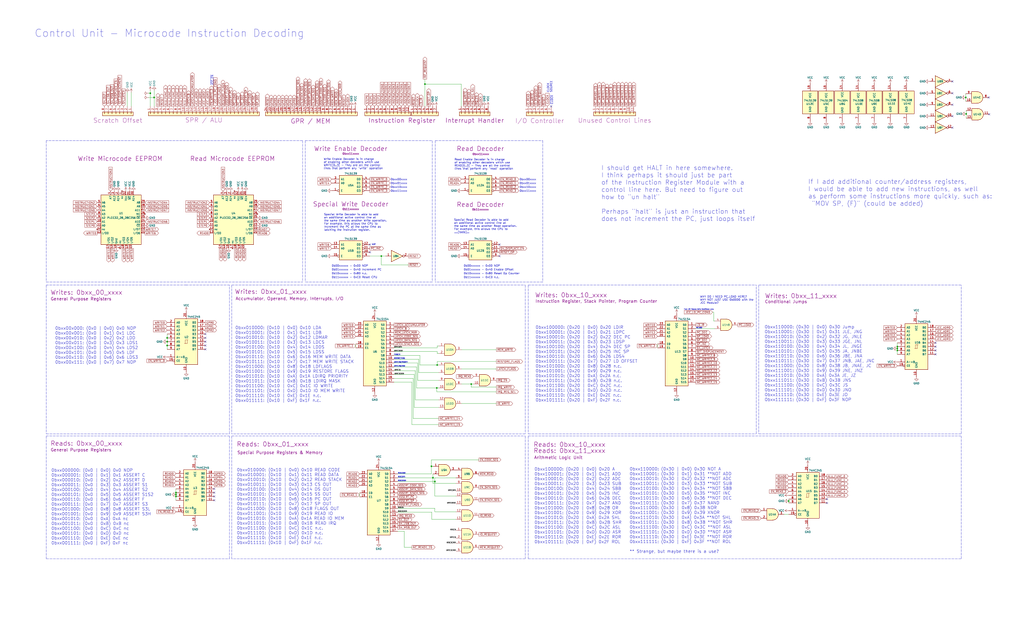
<source format=kicad_sch>
(kicad_sch (version 20211123) (generator eeschema)
  (paper "User" 680.009 419.989)
  (junction (at 641.604 75.692))
  (junction (at 110.998 227.076))
  (junction (at 99.822 61.976))
  (junction (at 116.84 328.676))
  (junction (at 595.884 232.918))
  (junction (at 288.798 320.04))
  (junction (at 290.322 242.57))
  (junction (at 595.884 231.648))
  (junction (at 290.068 257.81))
  (junction (at 286.512 309.88))
  (junction (at 641.35 64.77))
  (junction (at 116.84 329.946))
  (junction (at 253.238 170.18))
  (junction (at 312.928 255.27))
  (junction (at 595.884 230.378))
  (junction (at 102.362 64.77))
  (junction (at 287.528 317.5))
  (junction (at 110.998 229.616))
  (junction (at 110.998 224.536))
  (junction (at 282.194 55.88))
  (junction (at 523.748 332.994))
  (junction (at 116.84 327.406))
  (no_connect (at 366.014 70.612))
  (no_connect (at 331.724 170.18))
  (no_connect (at 549.148 331.724))
  (no_connect (at 549.148 334.264))
  (no_connect (at 142.24 332.486))
  (no_connect (at 245.618 162.56))
  (no_connect (at 136.398 224.536))
  (no_connect (at 136.398 227.076))
  (no_connect (at 136.398 229.616))
  (no_connect (at 136.398 221.996))
  (no_connect (at 136.398 232.156))
  (no_connect (at 245.618 167.64))
  (no_connect (at 632.46 77.216))
  (no_connect (at 632.46 84.836))
  (no_connect (at 656.59 64.77))
  (no_connect (at 656.844 75.946))
  (no_connect (at 632.46 54.102))
  (no_connect (at 632.46 61.976))
  (no_connect (at 632.46 69.596))
  (no_connect (at 142.24 327.406))
  (no_connect (at 142.24 329.946))
  (no_connect (at 142.24 324.866))
  (no_connect (at 331.724 162.56))
  (no_connect (at 621.284 230.378))
  (no_connect (at 621.284 232.918))
  (no_connect (at 621.284 235.458))
  (no_connect (at 621.284 227.838))
  (wire (pts (xy 116.84 324.866) (xy 116.84 327.406)))
  (wire (pts (xy 261.62 233.68) (xy 290.322 233.68)))
  (wire (pts (xy 261.62 246.38) (xy 275.844 246.38)))
  (wire (pts (xy 282.194 55.88) (xy 306.324 55.88)))
  (wire (pts (xy 290.322 233.68) (xy 290.322 234.95)))
  (wire (pts (xy 99.822 60.198) (xy 99.822 61.976)))
  (wire (pts (xy 641.604 73.406) (xy 641.604 75.692)))
  (polyline (pts (xy 30.734 93.472) (xy 30.734 187.452)))
  (wire (pts (xy 286.512 309.88) (xy 287.528 309.88)))
  (polyline (pts (xy 123.698 289.814) (xy 30.734 289.814)))
  (wire (pts (xy 282.194 55.88) (xy 282.194 70.612)))
  (wire (pts (xy 329.692 268.224) (xy 306.578 268.224)))
  (polyline (pts (xy 350.774 288.29) (xy 502.158 288.29)))
  (wire (pts (xy 102.362 60.198) (xy 102.362 64.77)))
  (wire (pts (xy 595.884 230.378) (xy 595.884 231.648)))
  (polyline (pts (xy 200.914 93.472) (xy 30.734 93.472)))
  (wire (pts (xy 98.552 64.77) (xy 102.362 64.77)))
  (wire (pts (xy 290.068 260.35) (xy 329.692 260.35)))
  (polyline (pts (xy 153.924 189.484) (xy 348.742 189.484)))
  (wire (pts (xy 641.604 75.692) (xy 641.604 78.486)))
  (wire (pts (xy 288.798 320.04) (xy 288.798 329.692)))
  (wire (pts (xy 87.122 61.468) (xy 87.122 70.612)))
  (wire (pts (xy 473.964 207.518) (xy 473.202 207.518)))
  (polyline (pts (xy 502.158 288.29) (xy 502.158 189.484)))
  (wire (pts (xy 264.16 317.5) (xy 287.528 317.5)))
  (polyline (pts (xy 350.774 189.484) (xy 350.774 288.29)))
  (wire (pts (xy 274.32 278.13) (xy 291.338 278.13)))
  (wire (pts (xy 329.692 257.302) (xy 312.928 257.302)))
  (wire (pts (xy 261.62 248.92) (xy 275.082 248.92)))
  (polyline (pts (xy 202.692 93.472) (xy 287.02 93.472)))
  (wire (pts (xy 595.884 227.838) (xy 595.884 230.378)))
  (wire (pts (xy 287.528 321.31) (xy 287.528 317.5)))
  (wire (pts (xy 302.768 329.692) (xy 288.798 329.692)))
  (wire (pts (xy 277.368 241.3) (xy 277.368 252.73)))
  (wire (pts (xy 520.7 341.884) (xy 523.748 341.884)))
  (polyline (pts (xy 287.02 187.452) (xy 202.692 187.452)))
  (wire (pts (xy 312.928 257.302) (xy 312.928 255.27)))
  (wire (pts (xy 268.478 353.06) (xy 264.16 353.06)))
  (wire (pts (xy 110.998 227.076) (xy 110.998 229.616)))
  (wire (pts (xy 290.322 234.95) (xy 291.338 234.95)))
  (wire (pts (xy 595.884 232.918) (xy 595.884 235.458)))
  (wire (pts (xy 116.84 327.406) (xy 116.84 328.676)))
  (wire (pts (xy 116.84 328.676) (xy 116.84 329.946)))
  (wire (pts (xy 110.998 224.536) (xy 110.998 227.076)))
  (polyline (pts (xy 30.734 189.484) (xy 30.734 288.29)))
  (wire (pts (xy 273.558 254) (xy 273.558 282.194)))
  (wire (pts (xy 287.528 317.5) (xy 287.528 314.96)))
  (wire (pts (xy 595.884 231.648) (xy 595.884 232.918)))
  (wire (pts (xy 275.844 265.684) (xy 291.338 265.684)))
  (polyline (pts (xy 152.4 288.29) (xy 152.4 189.484)))
  (wire (pts (xy 277.368 252.73) (xy 291.338 252.73)))
  (wire (pts (xy 291.338 247.65) (xy 278.13 247.65)))
  (polyline (pts (xy 348.742 288.29) (xy 153.924 288.29)))
  (wire (pts (xy 329.692 232.41) (xy 306.578 232.41)))
  (wire (pts (xy 116.84 329.946) (xy 116.84 332.486)))
  (polyline (pts (xy 350.774 371.348) (xy 638.302 371.348)))
  (wire (pts (xy 276.606 257.81) (xy 276.606 243.84)))
  (polyline (pts (xy 30.734 187.452) (xy 200.914 187.452)))
  (polyline (pts (xy 152.4 371.348) (xy 152.4 289.814)))
  (wire (pts (xy 261.62 231.14) (xy 290.322 231.14)))
  (wire (pts (xy 291.338 270.764) (xy 275.082 270.764)))
  (wire (pts (xy 245.618 170.18) (xy 253.238 170.18)))
  (polyline (pts (xy 123.698 189.484) (xy 30.734 189.484)))
  (polyline (pts (xy 638.302 371.348) (xy 638.302 289.814)))
  (wire (pts (xy 302.768 345.186) (xy 286.766 345.186)))
  (wire (pts (xy 290.322 242.57) (xy 291.338 242.57)))
  (wire (pts (xy 110.998 229.616) (xy 110.998 232.156)))
  (wire (pts (xy 329.692 240.284) (xy 290.322 240.284)))
  (wire (pts (xy 253.238 170.18) (xy 256.032 170.18)))
  (wire (pts (xy 238.76 327.66) (xy 238.76 330.2)))
  (wire (pts (xy 278.892 242.57) (xy 290.322 242.57)))
  (wire (pts (xy 286.512 314.96) (xy 286.512 309.88)))
  (wire (pts (xy 290.322 231.14) (xy 290.322 229.87)))
  (wire (pts (xy 286.766 340.36) (xy 264.16 340.36)))
  (wire (pts (xy 436.626 228.6) (xy 436.626 231.14)))
  (wire (pts (xy 253.238 176.022) (xy 253.238 170.18)))
  (wire (pts (xy 288.798 317.5) (xy 288.798 320.04)))
  (wire (pts (xy 98.552 61.976) (xy 99.822 61.976)))
  (wire (pts (xy 523.748 331.724) (xy 523.748 332.994)))
  (wire (pts (xy 99.822 61.976) (xy 99.822 70.612)))
  (wire (pts (xy 462.026 218.44) (xy 474.726 218.44)))
  (wire (pts (xy 302.768 321.31) (xy 287.528 321.31)))
  (wire (pts (xy 274.32 251.46) (xy 274.32 278.13)))
  (polyline (pts (xy 503.936 288.29) (xy 638.302 288.29)))
  (wire (pts (xy 276.606 243.84) (xy 261.62 243.84)))
  (wire (pts (xy 261.62 241.3) (xy 277.368 241.3)))
  (wire (pts (xy 290.322 240.284) (xy 290.322 242.57)))
  (wire (pts (xy 290.068 257.81) (xy 290.068 260.35)))
  (wire (pts (xy 261.62 236.22) (xy 278.892 236.22)))
  (polyline (pts (xy 360.426 93.472) (xy 360.426 187.452)))
  (wire (pts (xy 264.16 337.82) (xy 288.798 337.82)))
  (polyline (pts (xy 30.734 289.814) (xy 30.734 371.348)))
  (polyline (pts (xy 30.734 371.348) (xy 152.4 371.348)))
  (wire (pts (xy 278.892 236.22) (xy 278.892 242.57)))
  (wire (pts (xy 288.798 340.106) (xy 302.768 340.106)))
  (wire (pts (xy 291.338 257.81) (xy 290.068 257.81)))
  (polyline (pts (xy 289.052 93.472) (xy 289.052 187.452)))
  (wire (pts (xy 286.766 345.186) (xy 286.766 340.36)))
  (wire (pts (xy 473.964 213.36) (xy 474.726 213.36)))
  (wire (pts (xy 312.928 255.27) (xy 314.452 255.27)))
  (wire (pts (xy 288.798 320.04) (xy 264.16 320.04)))
  (polyline (pts (xy 153.924 289.814) (xy 348.742 289.814)))
  (polyline (pts (xy 123.444 189.484) (xy 152.4 189.484)))
  (polyline (pts (xy 360.426 187.452) (xy 289.052 187.452)))
  (wire (pts (xy 290.068 257.81) (xy 276.606 257.81)))
  (wire (pts (xy 268.478 363.728) (xy 268.478 353.06)))
  (polyline (pts (xy 287.02 93.472) (xy 287.02 187.452)))
  (wire (pts (xy 278.13 238.76) (xy 261.62 238.76)))
  (wire (pts (xy 102.362 64.77) (xy 102.362 70.612)))
  (polyline (pts (xy 202.692 93.472) (xy 202.692 187.452)))
  (wire (pts (xy 84.582 61.468) (xy 84.582 70.612)))
  (wire (pts (xy 306.324 55.88) (xy 306.324 70.612)))
  (polyline (pts (xy 123.444 289.814) (xy 152.4 289.814)))
  (wire (pts (xy 271.272 176.022) (xy 253.238 176.022)))
  (wire (pts (xy 302.768 317.5) (xy 288.798 317.5)))
  (polyline (pts (xy 348.742 189.484) (xy 348.742 288.29)))
  (polyline (pts (xy 200.914 93.472) (xy 200.914 187.452)))
  (polyline (pts (xy 350.774 289.814) (xy 350.774 371.348)))
  (wire (pts (xy 261.62 251.46) (xy 274.32 251.46)))
  (wire (pts (xy 282.194 52.578) (xy 282.194 55.88)))
  (polyline (pts (xy 289.052 93.472) (xy 360.426 93.472)))
  (polyline (pts (xy 638.302 288.29) (xy 638.302 189.484)))
  (wire (pts (xy 273.558 282.194) (xy 291.338 282.194)))
  (polyline (pts (xy 153.924 189.484) (xy 153.924 288.29)))
  (polyline (pts (xy 348.742 371.348) (xy 153.924 371.348)))
  (wire (pts (xy 306.578 255.27) (xy 312.928 255.27)))
  (wire (pts (xy 329.692 245.11) (xy 306.578 245.11)))
  (polyline (pts (xy 30.734 288.29) (xy 152.4 288.29)))
  (wire (pts (xy 523.748 332.994) (xy 523.748 334.264)))
  (polyline (pts (xy 153.924 289.814) (xy 153.924 371.348)))
  (wire (pts (xy 473.964 213.36) (xy 473.964 207.518)))
  (polyline (pts (xy 503.936 189.484) (xy 503.936 288.29)))
  (wire (pts (xy 275.082 248.92) (xy 275.082 270.764)))
  (wire (pts (xy 264.16 314.96) (xy 286.512 314.96)))
  (polyline (pts (xy 503.936 189.484) (xy 638.302 189.484)))
  (wire (pts (xy 273.558 363.728) (xy 268.478 363.728)))
  (polyline (pts (xy 348.742 289.814) (xy 348.742 371.348)))
  (wire (pts (xy 278.13 247.65) (xy 278.13 238.76)))
  (wire (pts (xy 290.322 229.87) (xy 291.338 229.87)))
  (wire (pts (xy 288.798 337.82) (xy 288.798 340.106)))
  (wire (pts (xy 286.512 305.562) (xy 318.008 305.562)))
  (wire (pts (xy 641.35 62.23) (xy 641.35 64.77)))
  (wire (pts (xy 275.844 246.38) (xy 275.844 265.684)))
  (polyline (pts (xy 350.774 289.814) (xy 638.302 289.814)))
  (wire (pts (xy 261.62 254) (xy 273.558 254)))
  (polyline (pts (xy 350.774 189.484) (xy 502.158 189.484)))
  (wire (pts (xy 110.998 221.996) (xy 110.998 224.536)))
  (wire (pts (xy 641.35 64.77) (xy 641.35 67.31)))
  (wire (pts (xy 236.22 228.6) (xy 236.22 231.14)))
  (wire (pts (xy 286.512 309.88) (xy 286.512 305.562)))
  (text "~{WRITE_IRQ_MASK}" (at 261.62 243.84 0) (effects (font (size 0.6 0.6)) (justify left bottom)))
  (text "From JCC Module: Active Conditional Jump" (at 454.152 205.994 0) (effects (font (size 0.6 0.6)) (justify left bottom)))
  (text "0bxx00x000: (0x0 | 0x0) 0x0 NOP\n0bxx00x001: (0x0 | 0x1) 0x1 LDC\n0bxx00x010: (0x0 | 0x2) 0x2 LDD\n0bxx00x011: (0x0 | 0x3) 0x3 LDS1\n0bxx00x100: (0x0 | 0x4) 0x4 LDS2\n0bxx00x101: (0x0 | 0x5) 0x5 LDF\n0bxx00x110: (0x0 | 0x6) 0x6 LDS3\n0bxx00x111: (0x0 | 0x7) 0x7 NOP" (at 36.576 242.062 0) (effects (font (size 2 2)) (justify left bottom)))
  (text "0b01xxxxxx - 0x40 Increment PC" (at 220.218 180.086 0) (effects (font (size 1.27 1.27)) (justify left bottom)))
  (text "CLOCK\nSOURCE" (at 366.776 61.468 90) (effects (font (size 1.27 1.27)) (justify left bottom)))
  (text "0bxx100000: (0x20 | 0x0) 0x20 LDIR\n0bxx100001: (0x20 | 0x1) 0x21 LDPC\n0bxx100010: (0x20 | 0x2) 0x22 DEC PC\n0bxx100011: (0x20 | 0x3) 0x23 LDSP\n0bxx100100: (0x20 | 0x4) 0x24 DEC SP\n0bxx100101: (0x20 | 0x5) 0x25 INC SP\n0bxx100110: (0x20 | 0x6) 0x26 LDS4\n0bxx100111: (0x20 | 0x7) 0x27 LD OFFSET\n0bxx101000: (0x20 | 0x8) 0x28 n.c.\n0bxx101001: (0x20 | 0x9) 0x29 n.c.\n0bxx101010: (0x20 | 0xA) 0x2A n.c.\n0bxx101011: (0x20 | 0xB) 0x2B n.c.\n0bxx101100: (0x20 | 0xC) 0x2C n.c.\n0bxx101101: (0x20 | 0xD) 0x2D n.c.\n0bxx101110: (0x20 | 0xE) 0x2E n.c.\n0bxx101111: (0x20 | 0xF) 0x2F n.c." (at 355.6 267.208 0) (effects (font (size 2 2)) (justify left bottom)))
  (text "~{FLAGS_IN}" (at 261.62 236.22 0) (effects (font (size 0.6 0.6)) (justify left bottom)))
  (text "NOP" (at 246.888 163.068 0) (effects (font (size 0.8 0.8)) (justify left bottom)))
  (text "~{CLOCK}" (at 367.284 69.596 90) (effects (font (size 1.27 1.27)) (justify left bottom)))
  (text "0bxx11xxxx" (at 259.334 127.762 0) (effects (font (size 1.27 1.27)) (justify left bottom)))
  (text "0b10xxxxxx - 0x80 n.c." (at 220.218 182.626 0) (effects (font (size 1.27 1.27)) (justify left bottom)))
  (text "0b00xxxxxx - 0x00 NOP" (at 220.218 177.546 0) (effects (font (size 1.27 1.27)) (justify left bottom)))
  (text "0bxx00xxxx" (at 259.334 120.142 0) (effects (font (size 1.27 1.27)) (justify left bottom)))
  (text "0bxx110000: (0x30 | 0x0) 0x30 NOT A\n0bxx110001: (0x30 | 0x1) 0x31 **NOT ADD\n0bxx110010: (0x30 | 0x2) 0x32 **NOT ADC\n0bxx110011: (0x30 | 0x3) 0x33 **NOT SUB\n0bxx110100: (0x30 | 0x4) 0x34 **NOT SBB\n0bxx110101: (0x30 | 0x5) 0x35 **NOT INC\n0bxx110110: (0x30 | 0x6) 0x36 **NOT DEC\n0bxx110111: (0x30 | 0x7) 0x37 NAND\n0bxx111000: (0x30 | 0x8) 0x38 NOR\n0bxx111001: (0x30 | 0x9) 0x39 XNOR\n0bxx111010: (0x30 | 0xA) 0x3A **NOT SHL\n0bxx111011: (0x30 | 0xB) 0x3B **NOT SHR\n0bxx111100: (0x30 | 0xC) 0x3C **NOT ASL\n0bxx111101: (0x30 | 0xD) 0x3D **NOT ASR\n0bxx111110: (0x30 | 0xE) 0x3E **NOT ROR\n0bxx111111: (0x30 | 0xF) 0x3F **NOT ROL\n\n** Strange, but maybe there is a use?" (at 418.084 367.792 0) (effects (font (size 2 2)) (justify left bottom)))
  (text "0bxx11xxxx" (at 344.932 127.762 0) (effects (font (size 1.27 1.27)) (justify left bottom)))
  (text "0bxx10xxxx" (at 344.932 125.222 0) (effects (font (size 1.27 1.27)) (justify left bottom)))
  (text "0b10xxxxxx - 0x80 Reset Op Counter" (at 307.848 182.626 0) (effects (font (size 1.27 1.27)) (justify left bottom)))
  (text "~{WRITE_IRQ_PRIORITY}" (at 261.62 241.3 0) (effects (font (size 0.6 0.6)) (justify left bottom)))
  (text "0bxx10xxxx" (at 259.334 125.222 0) (effects (font (size 1.27 1.27)) (justify left bottom)))
  (text "~{READ_STACK}" (at 264.16 320.04 0) (effects (font (size 0.6 0.6)) (justify left bottom)))
  (text "0b11xxxxxx - 0xC0 Reset CPU" (at 220.218 185.166 0) (effects (font (size 1.27 1.27)) (justify left bottom)))
  (text "0bxx01xxxx" (at 344.932 122.682 0) (effects (font (size 1.27 1.27)) (justify left bottom)))
  (text "0bxx110000: (0x30 | 0x0) 0x30 Jump\n0bxx110001: (0x30 | 0x1) 0x31 JLE, JNG\n0bxx110010: (0x30 | 0x2) 0x32 JG, JNLE\n0bxx110011: (0x30 | 0x3) 0x33 JGE, JNL\n0bxx110100: (0x30 | 0x4) 0x34 JL, JNGE\n0bxx110101: (0x30 | 0x5) 0x35 JA, JNBE\n0bxx110110: (0x30 | 0x6) 0x36 JBE, JNA\n0bxx110111: (0x30 | 0x7) 0x37 JNB, JAE, JNC\n0bxx111000: (0x30 | 0x8) 0x38 JB, JNAE, JC\n0bxx111001: (0x30 | 0x9) 0x39 JNE, JNZ\n0bxx111010: (0x30 | 0xA) 0x3A JE, JZ\n0bxx111011: (0x30 | 0xB) 0x3B JNS\n0bxx111100: (0x30 | 0xC) 0x3C JS\n0bxx111101: (0x30 | 0xD) 0x3D JNO\n0bxx111110: (0x30 | 0xE) 0x3E JO\n0bxx111111: (0x30 | 0xF) 0x3F NOP" (at 507.746 266.954 0) (effects (font (size 2 2)) (justify left bottom)))
  (text "~{RESTORE_FLAGS}" (at 261.62 238.76 0) (effects (font (size 0.6 0.6)) (justify left bottom)))
  (text "Read Enable Decoder is in charge\nof enabling other decoders which use\nREAD[0..3] - They are all the control\nlines that perform any \"read\" operation" (at 301.752 113.03 0) (effects (font (size 1.27 1.27)) (justify left bottom)))
  (text "~{PC_LOAD}" (at 462.28 218.44 0) (effects (font (size 0.6 0.6)) (justify left bottom)))
  (text "0bxx00xxxx" (at 344.932 120.142 0) (effects (font (size 1.27 1.27)) (justify left bottom)))
  (text "~{JCC_EN}" (at 141.732 56.896 90) (effects (font (size 1.27 1.27)) (justify left bottom)))
  (text "~{READ_DATA}" (at 264.16 317.5 0) (effects (font (size 0.6 0.6)) (justify left bottom)))
  (text "0b01xxxxxx - 0x40 Enable Offset" (at 307.848 180.086 0) (effects (font (size 1.27 1.27)) (justify left bottom)))
  (text "0bxx010000: (0x10 | 0x0) 0x10 READ CODE\n0bxx010001: (0x10 | 0x1) 0x11 READ DATA\n0bxx010010: (0x10 | 0x2) 0x12 READ STACK\n0bxx010011: (0x10 | 0x3) 0x13 CS OUT\n0bxx010100: (0x10 | 0x4) 0x14 DS OUT\n0bxx010101: (0x10 | 0x5) 0x15 SS OUT\n0bxx010110: (0x10 | 0x6) 0x16 PC OUT\n0bxx010111: (0x10 | 0x7) 0x17 SP OUT\n0bxx011000: (0x10 | 0x8) 0x18 FLAGS OUT\n0bxx011001: (0x10 | 0x9) 0x19 READ IO\n0bxx011010: (0x10 | 0xA) 0x1A READ IO MEM\n0bxx011011: (0x10 | 0xB) 0x1B READ IRQ\n0bxx011100: (0x10 | 0xC) 0x1C n.c.\n0bxx011101: (0x10 | 0xD) 0x1D n.c.\n0bxx011110: (0x10 | 0xE) 0x1E n.c.\n0bxx011111: (0x10 | 0xF) 0x1F n.c." (at 157.226 361.95 0) (effects (font (size 2 2)) (justify left bottom)))
  (text "Write Enable Decoder is in charge\nof enabling other decoders which use\nWRITE[0..3] - They are all the control\nlines that perform any \"write\" operation" (at 214.884 112.776 0) (effects (font (size 1.27 1.27)) (justify left bottom)))
  (text "WHY DO I NEED PC_LOAD HERE?\nWHY NOT JUST USE 0b0000 with the \nJCC Module?" (at 464.82 202.184 0) (effects (font (size 1.27 1.27)) (justify left bottom)))
  (text "0bxx010000: (0x10 | 0x0) 0x10 LDA\n0bxx010001: (0x10 | 0x1) 0x11 LDB\n0bxx010010: (0x10 | 0x2) 0x12 LDMAR\n0bxx010011: (0x10 | 0x3) 0x13 LDCS\n0bxx010100: (0x10 | 0x4) 0x14 LDDS\n0bxx010101: (0x10 | 0x5) 0x15 LDSS\n0bxx010110: (0x10 | 0x6) 0x16 MEM WRITE DATA\n0bxx010111: (0x10 | 0x7) 0x17 MEM WRITE STACK\n0bxx011000: (0x10 | 0x8) 0x18 LDFLAGS\n0bxx011001: (0x10 | 0x9) 0x19 RESTORE FLAGS\n0bxx011010: (0x10 | 0xA) 0x1A LDIRQ PRIORITY\n0bxx011011: (0x10 | 0xB) 0x1B LDIRQ MASK\n0bxx011100: (0x10 | 0xC) 0x1C IO WRITE\n0bxx011101: (0x10 | 0xD) 0x1D IO MEM WRITE\n0bxx011110: (0x10 | 0xE) 0x1E n.c.\n0bxx011111: (0x10 | 0xF) 0x1F n.c." (at 156.21 267.462 0) (effects (font (size 2 2)) (justify left bottom)))
  (text "0bxx000000: (0x0 | 0x0) 0x0 NOP\n0bxx000001: (0x0 | 0x1) 0x1 ASSERT C\n0bxx000010: (0x0 | 0x2) 0x2 ASSERT D\n0bxx000011: (0x0 | 0x3) 0x3 ASSERT S1\n0bxx000100: (0x0 | 0x4) 0x4 ASSERT S2\n0bxx000101: (0x0 | 0x5) 0x5 ASSERT S1S2\n0bxx000110: (0x0 | 0x6) 0x6 ASSERT F\n0bxx000111: (0x0 | 0x7) 0x7 ASSERT S3\n0bxx001000: (0x0 | 0x8) 0x8 ASSERT S3L\n0bxx001001: (0x0 | 0x9) 0x9 ASSERT S3H\n0bxx001010: (0x0 | 0xA) 0xA nc\n0bxx001011: (0x0 | 0xB) 0xB nc\n0bxx001100: (0x0 | 0xC) 0xC nc\n0bxx001101: (0x0 | 0xD) 0xD nc\n0bxx001110: (0x0 | 0xE) 0xE nc\n0bxx001111: (0x0 | 0xF) 0xF nc" (at 34.036 362.204 0) (effects (font (size 2 2)) (justify left bottom)))
  (text "0bxx100000: (0x20 | 0x0) 0x20 A\n0bxx100001: (0x20 | 0x1) 0x21 ADD\n0bxx100010: (0x20 | 0x2) 0x22 ADC\n0bxx100011: (0x20 | 0x3) 0x23 SUB\n0bxx100100: (0x20 | 0x4) 0x24 SBB\n0bxx100101: (0x20 | 0x5) 0x25 INC\n0bxx100110: (0x20 | 0x6) 0x26 DEC\n0bxx100111: (0x20 | 0x7) 0x27 AND\n0bxx101000: (0x20 | 0x8) 0x28 OR\n0bxx101001: (0x20 | 0x9) 0x29 XOR\n0bxx101010: (0x20 | 0xA) 0x2A SHL\n0bxx101011: (0x20 | 0xB) 0x2B SHR\n0bxx101100: (0x20 | 0xC) 0x2C ASL\n0bxx101101: (0x20 | 0xD) 0x2D ASR\n0bxx101110: (0x20 | 0xE) 0x2E ROR\n0bxx101111: (0x20 | 0xF) 0x2F ROL" (at 354.838 361.442 0) (effects (font (size 2 2)) (justify left bottom)))
  (text "0b00xxxxxx - 0x00 NOP" (at 307.848 177.546 0) (effects (font (size 1.27 1.27)) (justify left bottom)))
  (text "Control Unit - Microcode Instruction Decoding" (at 22.86 25.146 0) (effects (font (size 5 5)) (justify left bottom)))
  (text "0b11xxxxxx - 0xC0 n.c." (at 307.848 185.166 0) (effects (font (size 1.27 1.27)) (justify left bottom)))
  (text "Special Write Decoder is able to add\nan additional active control line at \nthe same time as another Write operation.\nFor example, this allows the CPU to\nIncrement the PC at the same time as\nlatching the instrution register." (at 215.138 153.67 0) (effects (font (size 1.27 1.27)) (justify left bottom)))
  (text "~{READ_CODE}" (at 264.16 314.96 0) (effects (font (size 0.6 0.6)) (justify left bottom)))
  (text "Special Read Decoder is able to add\nan additional active control line at \nthe same time as another Read operation.\nFor example, this allows the CPU to\n....[todo]..." (at 301.498 155.194 0) (effects (font (size 1.27 1.27)) (justify left bottom)))
  (text "If I add additional counter/address registers, \nI would be able to add new instructions, as well \nas perform some instructions more quickly, such as:\n \"MOV SP, (F)\" (could be added)" (at 536.702 137.16 0) (effects (font (size 3 3)) (justify left bottom)))
  (text "0bxx01xxxx" (at 259.334 122.682 0) (effects (font (size 1.27 1.27)) (justify left bottom)))
  (text "I should get HALT in here somewhere.\nI think perhaps it should just be part\nof the Instruction Register Module with a \ncontrol line here. But need to figure out\nhow to \"un halt\"\n\nPerhaps \"halt\" is just an instruction that\ndoes not increment the PC, just loops itself" (at 399.288 147.32 0) (effects (font (size 3 3)) (justify left bottom)))
  (label "~{WRITE_IO}" (at 302.768 357.632 180) (effects (font (size 0.6 0.6))))
  (label "~{WRITE_DATA}" (at 261.62 231.14 0) (effects (font (size 0.6 0.6))))
  (label "~{READ_IO}" (at 302.768 352.552 180) (effects (font (size 0.6 0.6))))
  (label "~{READ_IO}" (at 264.16 337.82 0) (effects (font (size 0.6 0.6))))
  (label "~{READ_IO_MEM}" (at 302.768 361.188 180) (effects (font (size 0.6 0.6))))
  (label "~{WRITE_STACK}" (at 302.768 334.772 180) (effects (font (size 0.6 0.6))))
  (label "~{READ_IO_MEM}" (at 264.16 340.36 0) (effects (font (size 0.6 0.6))))
  (label "~{WRITE_IO_MEM}" (at 261.874 248.92 0) (effects (font (size 0.6 0.6))))
  (label "~{WRITE_IO}" (at 261.874 246.38 0) (effects (font (size 0.6 0.6))))
  (label "~{WRITE_IO_MEM}" (at 302.768 366.268 180) (effects (font (size 0.6 0.6))))
  (label "~{WRITE_DATA}" (at 302.768 326.39 180) (effects (font (size 0.6 0.6))))
  (label "~{WRITE_STACK}" (at 261.62 233.68 0) (effects (font (size 0.6 0.6))))
  (global_label "~{NC_WRITE2_9}" (shape output) (at 405.638 70.612 90) (property "Intersheet References" "${INTERSHEET_REFS}" (effects hide)))
  (global_label "GPR3" (shape output) (at 187.706 70.612 90) (property "Intersheet References" "${INTERSHEET_REFS}" (effects hide)))
  (global_label "~{S4_MSB_OUT}" (shape output) (at 264.16 350.52 0) (property "Intersheet References" "${INTERSHEET_REFS}" (effects hide)))
  (global_label "~{RESET}" (shape output) (at 360.934 70.612 90) (property "Intersheet References" "${INTERSHEET_REFS}" (effects hide)))
  (global_label "~{RESET}" (shape output) (at 271.272 176.022 0) (property "Intersheet References" "${INTERSHEET_REFS}" (effects hide)))
  (global_label "~{MEM_WRITE}" (shape output) (at 329.692 232.41 0) (property "Intersheet References" "${INTERSHEET_REFS}" (effects hide)))
  (global_label "WRITE3" (shape input) (at 436.626 223.52 180) (property "Intersheet References" "${INTERSHEET_REFS}" (effects hide)))
  (global_label "GPR0" (shape output) (at 195.326 70.612 90) (property "Intersheet References" "${INTERSHEET_REFS}" (effects hide)))
  (global_label "READ0" (shape input) (at 523.748 316.484 180) (property "Intersheet References" "${INTERSHEET_REFS}" (effects hide)))
  (global_label "ALU_FUNC_3" (shape output) (at 115.062 70.612 90) (property "Intersheet References" "${INTERSHEET_REFS}" (effects hide)))
  (global_label "ALU_FUNC_3" (shape output) (at 549.148 324.104 0) (property "Intersheet References" "${INTERSHEET_REFS}" (effects hide)))
  (global_label "~{MEM_REQUEST}" (shape output) (at 318.008 363.728 0) (property "Intersheet References" "${INTERSHEET_REFS}" (effects hide)))
  (global_label "~{IO_REQUEST}" (shape output) (at 318.008 355.092 0) (property "Intersheet References" "${INTERSHEET_REFS}" (effects hide)))
  (global_label "GPR6" (shape output) (at 142.24 322.326 0) (property "Intersheet References" "${INTERSHEET_REFS}" (effects hide)))
  (global_label "ALU_FUNC_5" (shape output) (at 549.148 329.184 0) (property "Intersheet References" "${INTERSHEET_REFS}" (effects hide)))
  (global_label "~{ASSERT_DATA_SEG}" (shape output) (at 205.486 70.612 90) (effects (font (size 1.2 1.2))) (property "Intersheet References" "${INTERSHEET_REFS}" (effects hide)))
  (global_label "~{EN_CODE_SEG}" (shape output) (at 318.008 305.562 0) (effects (font (size 1.2 1.2))) (property "Intersheet References" "${INTERSHEET_REFS}" (effects hide)))
  (global_label "INSTRUCTION1" (shape input) (at 139.192 137.16 180) (property "Intersheet References" "${INTERSHEET_REFS}" (effects hide)))
  (global_label "~{EN_DATA_SEG}" (shape output) (at 318.008 323.85 0) (effects (font (size 1.2 1.2))) (property "Intersheet References" "${INTERSHEET_REFS}" (effects hide)))
  (global_label "INSTRUCTION0" (shape input) (at 139.192 139.7 180) (property "Intersheet References" "${INTERSHEET_REFS}" (effects hide)))
  (global_label "~{EN_WRITE_1}" (shape input) (at 236.22 229.87 180) (property "Intersheet References" "${INTERSHEET_REFS}" (effects hide)))
  (global_label "~{IO_READ}" (shape output) (at 350.774 70.612 90) (property "Intersheet References" "${INTERSHEET_REFS}" (effects hide)))
  (global_label "INSTRUCTION5" (shape input) (at 96.266 137.16 0) (property "Intersheet References" "${INTERSHEET_REFS}" (effects hide)))
  (global_label "WRITE1" (shape output) (at 72.136 165.1 270) (property "Intersheet References" "${INTERSHEET_REFS}" (effects hide)))
  (global_label "WRITE6" (shape output) (at 96.266 154.94 0) (property "Intersheet References" "${INTERSHEET_REFS}" (effects hide)))
  (global_label "GPR4" (shape output) (at 142.24 317.246 0) (property "Intersheet References" "${INTERSHEET_REFS}" (effects hide)))
  (global_label "READ1" (shape input) (at 238.76 317.5 180) (property "Intersheet References" "${INTERSHEET_REFS}" (effects hide)))
  (global_label "~{IRQ_READ}" (shape input) (at 314.452 250.19 180) (property "Intersheet References" "${INTERSHEET_REFS}" (effects hide)))
  (global_label "~{EN_READ_0}" (shape input) (at 116.84 340.106 180) (property "Intersheet References" "${INTERSHEET_REFS}" (effects hide)))
  (global_label "~{IO_WRITE}" (shape output) (at 353.314 70.612 90) (property "Intersheet References" "${INTERSHEET_REFS}" (effects hide)))
  (global_label "~{SP_INC}" (shape output) (at 462.026 228.6 0) (property "Intersheet References" "${INTERSHEET_REFS}" (effects hide)))
  (global_label "~{EN_READ_1}" (shape input) (at 238.76 328.93 180) (property "Intersheet References" "${INTERSHEET_REFS}" (effects hide)))
  (global_label "RESET" (shape output) (at 228.346 70.612 90) (effects (font (size 1.2 1.2))) (property "Intersheet References" "${INTERSHEET_REFS}" (effects hide)))
  (global_label "WRITE3" (shape input) (at 236.22 223.52 180) (property "Intersheet References" "${INTERSHEET_REFS}" (effects hide)))
  (global_label "~{NC_WRITE2_9}" (shape output) (at 462.026 238.76 0) (property "Intersheet References" "${INTERSHEET_REFS}" (effects hide)))
  (global_label "~{IRQ_EN}" (shape output) (at 316.484 70.612 90) (property "Intersheet References" "${INTERSHEET_REFS}" (effects hide)))
  (global_label "~{LATCH_STACK_SEG}" (shape output) (at 261.62 228.6 0) (effects (font (size 1.2 1.2))) (property "Intersheet References" "${INTERSHEET_REFS}" (effects hide)))
  (global_label "STEP3" (shape input) (at 251.206 70.612 90) (property "Intersheet References" "${INTERSHEET_REFS}" (effects hide)))
  (global_label "WRITE1" (shape input) (at 436.626 218.44 180) (property "Intersheet References" "${INTERSHEET_REFS}" (effects hide)))
  (global_label "~{SET_DISPLACEMENT}" (shape input) (at 79.502 70.612 90) (property "Intersheet References" "${INTERSHEET_REFS}" (effects hide)))
  (global_label "INSTRUCTION1" (shape input) (at 64.516 137.16 180) (property "Intersheet References" "${INTERSHEET_REFS}" (effects hide)))
  (global_label "INSTRUCTION6" (shape input) (at 268.986 70.612 90) (property "Intersheet References" "${INTERSHEET_REFS}" (effects hide)))
  (global_label "~{LATCH_CODE_SEG}" (shape output) (at 261.62 223.52 0) (effects (font (size 1.2 1.2))) (property "Intersheet References" "${INTERSHEET_REFS}" (effects hide)))
  (global_label "WRITE0" (shape output) (at 64.516 154.94 180) (property "Intersheet References" "${INTERSHEET_REFS}" (effects hide)))
  (global_label "~{LATCH_ACCUMULATOR}" (shape output) (at 261.62 215.9 0) (property "Intersheet References" "${INTERSHEET_REFS}" (effects hide)))
  (global_label "~{SP_LOAD}" (shape output) (at 165.862 70.612 90) (property "Intersheet References" "${INTERSHEET_REFS}" (effects hide)))
  (global_label "STEP3" (shape input) (at 64.516 142.24 180) (property "Intersheet References" "${INTERSHEET_REFS}" (effects hide)))
  (global_label "STEP2" (shape input) (at 248.666 70.612 90) (property "Intersheet References" "${INTERSHEET_REFS}" (effects hide)))
  (global_label "STEP0" (shape input) (at 243.586 70.612 90) (property "Intersheet References" "${INTERSHEET_REFS}" (effects hide)))
  (global_label "~{NC_WRITE2_15}" (shape output) (at 462.026 254 0) (property "Intersheet References" "${INTERSHEET_REFS}" (effects hide)))
  (global_label "READ0" (shape input) (at 116.84 314.706 180) (property "Intersheet References" "${INTERSHEET_REFS}" (effects hide)))
  (global_label "~{PC_DEC}" (shape output) (at 160.782 70.612 90) (property "Intersheet References" "${INTERSHEET_REFS}" (effects hide)))
  (global_label "WRITE0" (shape input) (at 436.626 215.9 180) (property "Intersheet References" "${INTERSHEET_REFS}" (effects hide)))
  (global_label "~{S4_OUT}" (shape input) (at 69.342 70.612 90) (property "Intersheet References" "${INTERSHEET_REFS}" (effects hide)))
  (global_label "READ7" (shape output) (at 170.942 152.4 0) (property "Intersheet References" "${INTERSHEET_REFS}" (effects hide)))
  (global_label "ALU_FUNC_4" (shape output) (at 549.148 326.644 0) (property "Intersheet References" "${INTERSHEET_REFS}" (effects hide)))
  (global_label "STEP1" (shape input) (at 64.516 147.32 180) (property "Intersheet References" "${INTERSHEET_REFS}" (effects hide)))
  (global_label "~{NC_WRITE2_12}" (shape output) (at 462.026 246.38 0) (property "Intersheet References" "${INTERSHEET_REFS}" (effects hide)))
  (global_label "~{NC_WRITE2_10}" (shape output) (at 462.026 241.3 0) (property "Intersheet References" "${INTERSHEET_REFS}" (effects hide)))
  (global_label "READ3" (shape input) (at 523.748 324.104 180) (property "Intersheet References" "${INTERSHEET_REFS}" (effects hide)))
  (global_label "INSTRUCTION7" (shape input) (at 271.526 70.612 90) (property "Intersheet References" "${INTERSHEET_REFS}" (effects hide)))
  (global_label "GPR6" (shape output) (at 180.086 70.612 90) (property "Intersheet References" "${INTERSHEET_REFS}" (effects hide)))
  (global_label "~{ASSERT_SP}" (shape output) (at 264.16 332.74 0) (property "Intersheet References" "${INTERSHEET_REFS}" (effects hide)))
  (global_label "~{S4_DISPLACE_EN}" (shape input) (at 76.962 70.612 90) (property "Intersheet References" "${INTERSHEET_REFS}" (effects hide)))
  (global_label "~{EN_WRITE_2}" (shape output) (at 245.618 124.206 0) (property "Intersheet References" "${INTERSHEET_REFS}" (effects hide)))
  (global_label "GPR2" (shape output) (at 136.398 219.456 0) (property "Intersheet References" "${INTERSHEET_REFS}" (effects hide)))
  (global_label "INSTRUCTION3" (shape input) (at 261.366 70.612 90) (property "Intersheet References" "${INTERSHEET_REFS}" (effects hide)))
  (global_label "~{NC_READ1_15}" (shape output) (at 273.558 363.728 0) (property "Intersheet References" "${INTERSHEET_REFS}" (effects hide)))
  (global_label "~{IO_READ}" (shape output) (at 318.008 342.646 0) (property "Intersheet References" "${INTERSHEET_REFS}" (effects hide)))
  (global_label "IRQ_REG_SEL" (shape output) (at 313.944 70.612 90) (property "Intersheet References" "${INTERSHEET_REFS}" (effects hide)))
  (global_label "~{PC_INC}" (shape output) (at 158.242 70.612 90) (property "Intersheet References" "${INTERSHEET_REFS}" (effects hide)))
  (global_label "~{MEM_WRITE}" (shape output) (at 220.726 70.612 90) (property "Intersheet References" "${INTERSHEET_REFS}" (effects hide)))
  (global_label "READ5" (shape input) (at 306.324 119.126 180) (property "Intersheet References" "${INTERSHEET_REFS}" (effects hide)))
  (global_label "~{LATCH_ACCUMULATOR}" (shape output) (at 127.762 70.612 90) (property "Intersheet References" "${INTERSHEET_REFS}" (effects hide)))
  (global_label "~{MEM_LATCH_MAR}" (shape output) (at 261.62 220.98 0) (effects (font (size 1.2 1.2))) (property "Intersheet References" "${INTERSHEET_REFS}" (effects hide)))
  (global_label "~{NC_WRITE1_15}" (shape output) (at 291.338 282.194 0) (property "Intersheet References" "${INTERSHEET_REFS}" (effects hide)))
  (global_label "RESET" (shape output) (at 107.442 70.612 90) (property "Intersheet References" "${INTERSHEET_REFS}" (effects hide)))
  (global_label "INSTRUCTION0" (shape input) (at 253.746 70.612 90) (property "Intersheet References" "${INTERSHEET_REFS}" (effects hide)))
  (global_label "~{MEM_READ}" (shape output) (at 318.008 314.96 0) (effects (font (size 1.2 1.2))) (property "Intersheet References" "${INTERSHEET_REFS}" (effects hide)))
  (global_label "~{IRQ_WRITE}" (shape output) (at 329.692 257.302 0) (property "Intersheet References" "${INTERSHEET_REFS}" (effects hide)))
  (global_label "WRITE0" (shape input) (at 595.884 217.678 180) (property "Intersheet References" "${INTERSHEET_REFS}" (effects hide)))
  (global_label "STEP1" (shape input) (at 139.192 147.32 180) (property "Intersheet References" "${INTERSHEET_REFS}" (effects hide)))
  (global_label "~{SP_DEC}" (shape output) (at 170.942 70.612 90) (property "Intersheet References" "${INTERSHEET_REFS}" (effects hide)))
  (global_label "~{NC_WRITE2_12}" (shape output) (at 413.258 70.612 90) (property "Intersheet References" "${INTERSHEET_REFS}" (effects hide)))
  (global_label "ALU_FUNC_1" (shape output) (at 120.142 70.612 90) (property "Intersheet References" "${INTERSHEET_REFS}" (effects hide)))
  (global_label "~{EN_READ_2}" (shape output) (at 331.724 124.206 0) (property "Intersheet References" "${INTERSHEET_REFS}" (effects hide)))
  (global_label "~{SP_LOAD}" (shape output) (at 462.026 223.52 0) (property "Intersheet References" "${INTERSHEET_REFS}" (effects hide)))
  (global_label "~{EN_STACK_SEG}" (shape output) (at 200.406 70.612 90) (effects (font (size 1.2 1.2))) (property "Intersheet References" "${INTERSHEET_REFS}" (effects hide)))
  (global_label "~{MEM_LATCH_MAR}" (shape output) (at 225.806 70.612 90) (effects (font (size 1.2 1.2))) (property "Intersheet References" "${INTERSHEET_REFS}" (effects hide)))
  (global_label "READ3" (shape input) (at 116.84 322.326 180) (property "Intersheet References" "${INTERSHEET_REFS}" (effects hide)))
  (global_label "STEP2" (shape input) (at 139.192 144.78 180) (property "Intersheet References" "${INTERSHEET_REFS}" (effects hide)))
  (global_label "~{PC_DEC}" (shape output) (at 462.026 220.98 0) (property "Intersheet References" "${INTERSHEET_REFS}" (effects hide)))
  (global_label "ALU_FUNC_5" (shape output) (at 109.982 70.612 90) (property "Intersheet References" "${INTERSHEET_REFS}" (effects hide)))
  (global_label "~{IO_WRITE}" (shape output) (at 329.692 268.224 0) (property "Intersheet References" "${INTERSHEET_REFS}" (effects hide)))
  (global_label "IRQ_REG_SEL" (shape output) (at 329.692 260.35 0) (property "Intersheet References" "${INTERSHEET_REFS}" (effects hide)))
  (global_label "~{EN_READ_2}" (shape input) (at 505.46 339.344 180) (property "Intersheet References" "${INTERSHEET_REFS}" (effects hide)))
  (global_label "~{EN_WRITE_0}" (shape input) (at 110.998 239.776 180) (property "Intersheet References" "${INTERSHEET_REFS}" (effects hide)))
  (global_label "STEP1" (shape input) (at 246.126 70.612 90) (property "Intersheet References" "${INTERSHEET_REFS}" (effects hide)))
  (global_label "READ5" (shape output) (at 162.052 165.1 270) (property "Intersheet References" "${INTERSHEET_REFS}" (effects hide)))
  (global_label "GPR0" (shape output) (at 136.398 214.376 0) (property "Intersheet References" "${INTERSHEET_REFS}" (effects hide)))
  (global_label "ALU_FUNC_2" (shape output) (at 117.602 70.612 90) (property "Intersheet References" "${INTERSHEET_REFS}" (effects hide)))
  (global_label "ALU_FUNC_0" (shape output) (at 549.148 316.484 0) (property "Intersheet References" "${INTERSHEET_REFS}" (effects hide)))
  (global_label "~{NC_WRITE2_11}" (shape output) (at 462.026 243.84 0) (property "Intersheet References" "${INTERSHEET_REFS}" (effects hide)))
  (global_label "ALU_FUNC_4" (shape output) (at 112.522 70.612 90) (property "Intersheet References" "${INTERSHEET_REFS}" (effects hide)))
  (global_label "~{ASSERT_DATA_SEG}" (shape output) (at 264.16 325.12 0) (effects (font (size 1.2 1.2))) (property "Intersheet References" "${INTERSHEET_REFS}" (effects hide)))
  (global_label "JCC_ADR2" (shape output) (at 621.284 222.758 0) (property "Intersheet References" "${INTERSHEET_REFS}" (effects hide)))
  (global_label "INSTRUCTION4" (shape input) (at 170.942 134.62 0) (property "Intersheet References" "${INTERSHEET_REFS}" (effects hide)))
  (global_label "~{LATCH_B}" (shape output) (at 125.222 70.612 90) (property "Intersheet References" "${INTERSHEET_REFS}" (effects hide)))
  (global_label "~{EN_DATA_SEG}" (shape output) (at 208.026 70.612 90) (effects (font (size 1.2 1.2))) (property "Intersheet References" "${INTERSHEET_REFS}" (effects hide)))
  (global_label "~{PC_INC}" (shape output) (at 245.618 165.1 0) (property "Intersheet References" "${INTERSHEET_REFS}" (effects hide)))
  (global_label "~{IRQ_EN}" (shape output) (at 329.692 252.73 0) (property "Intersheet References" "${INTERSHEET_REFS}" (effects hide)))
  (global_label "~{S4_LSB_OUT}" (shape output) (at 264.16 347.98 0) (property "Intersheet References" "${INTERSHEET_REFS}" (effects hide)))
  (global_label "READ1" (shape output) (at 146.812 165.1 270) (property "Intersheet References" "${INTERSHEET_REFS}" (effects hide)))
  (global_label "JCC_ADR0" (shape output) (at 621.284 217.678 0) (property "Intersheet References" "${INTERSHEET_REFS}" (effects hide)))
  (global_label "WRITE2" (shape input) (at 236.22 220.98 180) (property "Intersheet References" "${INTERSHEET_REFS}" (effects hide)))
  (global_label "WRITE2" (shape input) (at 110.998 219.456 180) (property "Intersheet References" "${INTERSHEET_REFS}" (effects hide)))
  (global_label "WRITE1" (shape input) (at 236.22 218.44 180) (property "Intersheet References" "${INTERSHEET_REFS}" (effects hide)))
  (global_label "~{LD_IR}" (shape output) (at 462.026 215.9 0) (property "Intersheet References" "${INTERSHEET_REFS}" (effects hide)))
  (global_label "~{EN_READ_2}" (shape input) (at 523.748 326.644 180) (property "Intersheet References" "${INTERSHEET_REFS}" (effects hide)))
  (global_label "WRITE4" (shape output) (at 84.836 165.1 270) (property "Intersheet References" "${INTERSHEET_REFS}" (effects hide)))
  (global_label "GPR1" (shape output) (at 136.398 216.916 0) (property "Intersheet References" "${INTERSHEET_REFS}" (effects hide)))
  (global_label "~{NC_WRITE2_13}" (shape output) (at 415.798 70.612 90) (property "Intersheet References" "${INTERSHEET_REFS}" (effects hide)))
  (global_label "~{EN_READ_1}" (shape output) (at 331.724 121.666 0) (property "Intersheet References" "${INTERSHEET_REFS}" (effects hide)))
  (global_label "READ3" (shape input) (at 238.76 322.58 180) (property "Intersheet References" "${INTERSHEET_REFS}" (effects hide)))
  (global_label "~{IRQ_READ}" (shape output) (at 264.16 342.9 0) (property "Intersheet References" "${INTERSHEET_REFS}" (effects hide)))
  (global_label "~{NC_WRITE2_8}" (shape output) (at 403.098 70.612 90) (property "Intersheet References" "${INTERSHEET_REFS}" (effects hide)))
  (global_label "~{RESET}" (shape output) (at 177.546 70.612 90) (property "Intersheet References" "${INTERSHEET_REFS}" (effects hide)))
  (global_label "~{LATCH_FLAGS}" (shape output) (at 329.692 245.11 0) (property "Intersheet References" "${INTERSHEET_REFS}" (effects hide)))
  (global_label "~{MEM_READ}" (shape output) (at 223.266 70.612 90) (effects (font (size 1.2 1.2))) (property "Intersheet References" "${INTERSHEET_REFS}" (effects hide)))
  (global_label "~{PC_LOAD}" (shape output) (at 155.702 70.612 90) (property "Intersheet References" "${INTERSHEET_REFS}" (effects hide)))
  (global_label "~{NC_WRITE1_14}" (shape output) (at 291.338 278.13 0) (property "Intersheet References" "${INTERSHEET_REFS}" (effects hide)))
  (global_label "~{NC_WRITE2_11}" (shape output) (at 410.718 70.612 90) (property "Intersheet References" "${INTERSHEET_REFS}" (effects hide)))
  (global_label "~{NC_WRITE2_15}" (shape output) (at 420.878 70.612 90) (property "Intersheet References" "${INTERSHEET_REFS}" (effects hide)))
  (global_label "~{LATCH_STACK_SEG}" (shape output) (at 202.946 70.612 90) (effects (font (size 1.2 1.2))) (property "Intersheet References" "${INTERSHEET_REFS}" (effects hide)))
  (global_label "ALU_FUNC_1" (shape output) (at 549.148 319.024 0) (property "Intersheet References" "${INTERSHEET_REFS}" (effects hide)))
  (global_label "~{S4_LATCH}" (shape output) (at 462.026 231.14 0) (property "Intersheet References" "${INTERSHEET_REFS}" (effects hide)))
  (global_label "READ4" (shape input) (at 306.324 121.666 180) (property "Intersheet References" "${INTERSHEET_REFS}" (effects hide)))
  (global_label "~{S4_LSB_OUT}" (shape input) (at 71.882 70.612 90) (property "Intersheet References" "${INTERSHEET_REFS}" (effects hide)))
  (global_label "GPR3" (shape output) (at 142.24 314.706 0) (property "Intersheet References" "${INTERSHEET_REFS}" (effects hide)))
  (global_label "~{NC_WRITE2_14}" (shape output) (at 462.026 251.46 0) (property "Intersheet References" "${INTERSHEET_REFS}" (effects hide)))
  (global_label "GPR5" (shape output) (at 182.626 70.612 90) (property "Intersheet References" "${INTERSHEET_REFS}" (effects hide)))
  (global_label "INSTRUCTION4" (shape input) (at 96.266 134.62 0) (property "Intersheet References" "${INTERSHEET_REFS}" (effects hide)))
  (global_label "~{ASSERT_PC}" (shape output) (at 153.162 70.612 90) (property "Intersheet References" "${INTERSHEET_REFS}" (effects hide)))
  (global_label "INSTRUCTION2" (shape input) (at 139.192 134.62 180) (property "Intersheet References" "${INTERSHEET_REFS}" (effects hide)))
  (global_label "READ6" (shape input) (at 306.324 162.56 180) (property "Intersheet References" "${INTERSHEET_REFS}" (effects hide)))
  (global_label "READ4" (shape output) (at 159.512 165.1 270) (property "Intersheet References" "${INTERSHEET_REFS}" (effects hide)))
  (global_label "READ2" (shape input) (at 238.76 320.04 180) (property "Intersheet References" "${INTERSHEET_REFS}" (effects hide)))
  (global_label "WRITE6" (shape input) (at 220.218 162.56 180) (property "Intersheet References" "${INTERSHEET_REFS}" (effects hide)))
  (global_label "INSTRUCTION4" (shape input) (at 263.906 70.612 90) (property "Intersheet References" "${INTERSHEET_REFS}" (effects hide)))
  (global_label "INSTRUCTION6" (shape input) (at 170.942 147.32 0) (property "Intersheet References" "${INTERSHEET_REFS}" (effects hide)))
  (global_label "GPR2" (shape output) (at 190.246 70.612 90) (property "Intersheet References" "${INTERSHEET_REFS}" (effects hide)))
  (global_label "WRITE4" (shape input) (at 220.218 121.666 180) (property "Intersheet References" "${INTERSHEET_REFS}" (effects hide)))
  (global_label "~{SP_DEC}" (shape output) (at 462.026 226.06 0) (property "Intersheet References" "${INTERSHEET_REFS}" (effects hide)))
  (global_label "CLOCK" (shape output) (at 277.114 70.612 90) (property "Intersheet References" "${INTERSHEET_REFS}" (effects hide)))
  (global_label "WRITE2" (shape input) (at 595.884 222.758 180) (property "Intersheet References" "${INTERSHEET_REFS}" (effects hide)))
  (global_label "~{EN_WRITE_3}" (shape output) (at 140.462 70.612 90) (property "Intersheet References" "${INTERSHEET_REFS}" (effects hide)))
  (global_label "~{LATCH_DATA_SEG}" (shape output) (at 210.566 70.612 90) (effects (font (size 1.2 1.2))) (property "Intersheet References" "${INTERSHEET_REFS}" (effects hide)))
  (global_label "JCC_ADR1" (shape output) (at 621.284 220.218 0) (property "Intersheet References" "${INTERSHEET_REFS}" (effects hide)))
  (global_label "STEP2" (shape input) (at 64.516 144.78 180) (property "Intersheet References" "${INTERSHEET_REFS}" (effects hide)))
  (global_label "~{ASSERT_CODE_SEG}" (shape output) (at 264.16 322.58 0) (effects (font (size 1.2 1.2))) (property "Intersheet References" "${INTERSHEET_REFS}" (effects hide)))
  (global_label "WRITE5" (shape output) (at 87.376 165.1 270) (property "Intersheet References" "${INTERSHEET_REFS}" (effects hide)))
  (global_label "INSTRUCTION3" (shape input) (at 73.406 127 90) (property "Intersheet References" "${INTERSHEET_REFS}" (effects hide)))
  (global_label "READ1" (shape input) (at 523.748 319.024 180) (property "Intersheet References" "${INTERSHEET_REFS}" (effects hide)))
  (global_label "INSTRUCTION7" (shape input) (at 170.942 139.7 0) (property "Intersheet References" "${INTERSHEET_REFS}" (effects hide)))
  (global_label "~{EN_CODE_SEG}" (shape output) (at 215.646 70.612 90) (effects (font (size 1.2 1.2))) (property "Intersheet References" "${INTERSHEET_REFS}" (effects hide)))
  (global_label "WRITE2" (shape input) (at 436.626 220.98 180) (property "Intersheet References" "${INTERSHEET_REFS}" (effects hide)))
  (global_label "~{NC_WRITE1_14}" (shape output) (at 398.018 70.612 90) (property "Intersheet References" "${INTERSHEET_REFS}" (effects hide)))
  (global_label "READ6" (shape output) (at 170.942 154.94 0) (property "Intersheet References" "${INTERSHEET_REFS}" (effects hide)))
  (global_label "~{S4_DISPLACE_EN}" (shape output) (at 331.724 165.1 0) (property "Intersheet References" "${INTERSHEET_REFS}" (effects hide)))
  (global_label "WRITE1" (shape input) (at 595.884 220.218 180) (property "Intersheet References" "${INTERSHEET_REFS}" (effects hide)))
  (global_label "~{ASSERT_CODE_SEG}" (shape output) (at 213.106 70.612 90) (effects (font (size 1.2 1.2))) (property "Intersheet References" "${INTERSHEET_REFS}" (effects hide)))
  (global_label "JCC_ADR3" (shape output) (at 621.284 225.298 0) (property "Intersheet References" "${INTERSHEET_REFS}" (effects hide)))
  (global_label "~{NC_WRITE2_10}" (shape output) (at 408.178 70.612 90) (property "Intersheet References" "${INTERSHEET_REFS}" (effects hide)))
  (global_label "RESTORE_FLAGS" (shape output) (at 329.692 240.284 0) (property "Intersheet References" "${INTERSHEET_REFS}" (effects hide)))
  (global_label "CLOCK" (shape output) (at 230.886 70.612 90) (effects (font (size 1.2 1.2))) (property "Intersheet References" "${INTERSHEET_REFS}" (effects hide)))
  (global_label "READ2" (shape output) (at 149.352 165.1 270) (property "Intersheet References" "${INTERSHEET_REFS}" (effects hide)))
  (global_label "~{ASSERT_SP}" (shape output) (at 163.322 70.612 90) (property "Intersheet References" "${INTERSHEET_REFS}" (effects hide)))
  (global_label "~{JCC_LD_PC_COND}" (shape input) (at 143.002 70.612 90) (property "Intersheet References" "${INTERSHEET_REFS}" (effects hide)))
  (global_label "READ7" (shape input) (at 306.324 165.1 180) (property "Intersheet References" "${INTERSHEET_REFS}" (effects hide)))
  (global_label "~{LD_IR}" (shape output) (at 279.654 70.612 90) (property "Intersheet References" "${INTERSHEET_REFS}" (effects hide)))
  (global_label "~{EN_WRITE_2}" (shape input) (at 436.626 229.87 180) (property "Intersheet References" "${INTERSHEET_REFS}" (effects hide)))
  (global_label "~{EN_READ_3}" (shape output) (at 331.724 126.746 0) (property "Intersheet References" "${INTERSHEET_REFS}" (effects hide)))
  (global_label "WRITE2" (shape output) (at 74.676 165.1 270) (property "Intersheet References" "${INTERSHEET_REFS}" (effects hide)))
  (global_label "CLOCK" (shape output) (at 104.902 70.612 90) (property "Intersheet References" "${INTERSHEET_REFS}" (effects hide)))
  (global_label "WRITE3" (shape output) (at 82.296 165.1 270) (property "Intersheet References" "${INTERSHEET_REFS}" (effects hide)))
  (global_label "~{ASSERT_PC}" (shape output) (at 264.16 330.2 0) (property "Intersheet References" "${INTERSHEET_REFS}" (effects hide)))
  (global_label "INSTRUCTION6" (shape input) (at 96.266 147.32 0) (property "Intersheet References" "${INTERSHEET_REFS}" (effects hide)))
  (global_label "RESTORE_FLAGS" (shape output) (at 148.082 70.612 90) (property "Intersheet References" "${INTERSHEET_REFS}" (effects hide)))
  (global_label "READ0" (shape input) (at 238.76 314.96 180) (property "Intersheet References" "${INTERSHEET_REFS}" (effects hide)))
  (global_label "~{RESET}" (shape output) (at 274.574 70.612 90) (property "Intersheet References" "${INTERSHEET_REFS}" (effects hide)))
  (global_label "~{NC_WRITE2_13}" (shape output) (at 462.026 248.92 0) (property "Intersheet References" "${INTERSHEET_REFS}" (effects hide)))
  (global_label "INSTRUCTION2" (shape input) (at 258.826 70.612 90) (property "Intersheet References" "${INTERSHEET_REFS}" (effects hide)))
  (global_label "READ2" (shape input) (at 523.748 321.564 180) (property "Intersheet References" "${INTERSHEET_REFS}" (effects hide)))
  (global_label "READ1" (shape input) (at 116.84 317.246 180) (property "Intersheet References" "${INTERSHEET_REFS}" (effects hide)))
  (global_label "~{MEM_REQUEST}" (shape output) (at 358.394 70.612 90) (property "Intersheet References" "${INTERSHEET_REFS}" (effects hide)))
  (global_label "~{ASSERT_FLAGS}" (shape output) (at 150.622 70.612 90) (property "Intersheet References" "${INTERSHEET_REFS}" (effects hide)))
  (global_label "WRITE7" (shape input) (at 220.218 165.1 180) (property "Intersheet References" "${INTERSHEET_REFS}" (effects hide)))
  (global_label "~{RESET_OP}" (shape output) (at 331.724 167.64 0) (property "Intersheet References" "${INTERSHEET_REFS}" (effects hide)))
  (global_label "READ3" (shape output) (at 156.972 165.1 270) (property "Intersheet References" "${INTERSHEET_REFS}" (effects hide)))
  (global_label "~{IRQ_WRITE}" (shape output) (at 308.864 70.612 90) (property "Intersheet References" "${INTERSHEET_REFS}" (effects hide)))
  (global_label "~{RESET_OP}" (shape output) (at 284.734 70.612 90) (property "Intersheet References" "${INTERSHEET_REFS}" (effects hide)))
  (global_label "~{JCC_LD_PC_COND}" (shape input) (at 473.202 207.518 180) (property "Intersheet References" "${INTERSHEET_REFS}" (effects hide)))
  (global_label "RESET" (shape output) (at 271.272 170.18 0) (property "Intersheet References" "${INTERSHEET_REFS}" (effects hide)))
  (global_label "READ2" (shape input) (at 116.84 319.786 180) (property "Intersheet References" "${INTERSHEET_REFS}" (effects hide)))
  (global_label "~{S4_LATCH}" (shape input) (at 82.042 70.612 90) (property "Intersheet References" "${INTERSHEET_REFS}" (effects hide)))
  (global_label "GPR5" (shape output) (at 142.24 319.786 0) (property "Intersheet References" "${INTERSHEET_REFS}" (effects hide)))
  (global_label "~{EN_STACK_SEG}" (shape output) (at 318.008 332.232 0) (effects (font (size 1.2 1.2))) (property "Intersheet References" "${INTERSHEET_REFS}" (effects hide)))
  (global_label "GPR1" (shape output) (at 192.786 70.612 90) (property "Intersheet References" "${INTERSHEET_REFS}" (effects hide)))
  (global_label "STEP0" (shape input) (at 64.516 149.86 180) (property "Intersheet References" "${INTERSHEET_REFS}" (effects hide)))
  (global_label "~{IRQ_READ}" (shape output) (at 311.404 70.612 90) (property "Intersheet References" "${INTERSHEET_REFS}" (effects hide)))
  (global_label "INSTRUCTION5" (shape input) (at 170.942 137.16 0) (property "Intersheet References" "${INTERSHEET_REFS}" (effects hide)))
  (global_label "WRITE0" (shape input) (at 236.22 215.9 180) (property "Intersheet References" "${INTERSHEET_REFS}" (effects hide)))
  (global_label "INSTRUCTION3" (shape input) (at 148.082 127 90) (property "Intersheet References" "${INTERSHEET_REFS}" (effects hide)))
  (global_label "~{LATCH_B}" (shape output) (at 261.62 218.44 0) (property "Intersheet References" "${INTERSHEET_REFS}" (effects hide)))
  (global_label "~{EN_WRITE_3}" (shape input) (at 595.884 243.078 180) (property "Intersheet References" "${INTERSHEET_REFS}" (effects hide)))
  (global_label "~{S4_OUT}" (shape output) (at 264.16 345.44 0) (property "Intersheet References" "${INTERSHEET_REFS}" (effects hide)))
  (global_label "~{LATCH_DATA_SEG}" (shape output) (at 261.62 226.06 0) (effects (font (size 1.2 1.2))) (property "Intersheet References" "${INTERSHEET_REFS}" (effects hide)))
  (global_label "~{PC_LOAD}" (shape output) (at 489.966 215.9 0) (property "Intersheet References" "${INTERSHEET_REFS}" (effects hide)))
  (global_label "INSTRUCTION7" (shape input) (at 96.266 139.7 0) (property "Intersheet References" "${INTERSHEET_REFS}" (effects hide)))
  (global_label "~{IO_REQUEST}" (shape output) (at 355.854 70.612 90) (property "Intersheet References" "${INTERSHEET_REFS}" (effects hide)))
  (global_label "~{EN_READ_3}" (shape input) (at 505.46 344.424 180) (property "Intersheet References" "${INTERSHEET_REFS}" (effects hide)))
  (global_label "~{LATCH_CODE_SEG}" (shape output) (at 218.186 70.612 90) (effects (font (size 1.2 1.2))) (property "Intersheet References" "${INTERSHEET_REFS}" (effects hide)))
  (global_label "~{ASSERT_STACK_SEG}" (shape output) (at 264.16 327.66 0) (effects (font (size 1.2 1.2))) (property "Intersheet References" "${INTERSHEET_REFS}" (effects hide)))
  (global_label "STEP3" (shape input) (at 139.192 142.24 180) (property "Intersheet References" "${INTERSHEET_REFS}" (effects hide)))
  (global_label "CLOCK" (shape output) (at 319.024 70.612 90) (property "Intersheet References" "${INTERSHEET_REFS}" (effects hide)))
  (global_label "JCC_ADR1" (shape output) (at 132.842 70.612 90) (property "Intersheet References" "${INTERSHEET_REFS}" (effects hide)))
  (global_label "READ0" (shape output) (at 139.192 154.94 180) (property "Intersheet References" "${INTERSHEET_REFS}" (effects hide)))
  (global_label "~{EN_WRITE_0}" (shape output) (at 245.618 119.126 0) (property "Intersheet References" "${INTERSHEET_REFS}" (effects hide)))
  (global_label "ALU_FUNC_2" (shape output) (at 549.148 321.564 0) (property "Intersheet References" "${INTERSHEET_REFS}" (effects hide)))
  (global_label "~{EN_READ_0}" (shape output) (at 331.724 119.126 0) (property "Intersheet References" "${INTERSHEET_REFS}" (effects hide)))
  (global_label "WRITE3" (shape input) (at 595.884 225.298 180) (property "Intersheet References" "${INTERSHEET_REFS}" (effects hide)))
  (global_label "~{NC_WRITE2_8}" (shape output) (at 462.026 236.22 0) (property "Intersheet References" "${INTERSHEET_REFS}" (effects hide)))
  (global_label "JCC_ADR3" (shape output) (at 137.922 70.612 90) (property "Intersheet References" "${INTERSHEET_REFS}" (effects hide)))
  (global_label "~{ASSERT_FLAGS}" (shape output) (at 264.16 335.28 0) (property "Intersheet References" "${INTERSHEET_REFS}" (effects hide)))
  (global_label "INSTRUCTION1" (shape input) (at 256.286 70.612 90) (property "Intersheet References" "${INTERSHEET_REFS}" (effects hide)))
  (global_label "~{EN_WRITE_3}" (shape output) (at 245.618 126.746 0) (property "Intersheet References" "${INTERSHEET_REFS}" (effects hide)))
  (global_label "WRITE0" (shape input) (at 110.998 214.376 180) (property "Intersheet References" "${INTERSHEET_REFS}" (effects hide)))
  (global_label "INSTRUCTION0" (shape input) (at 64.516 139.7 180) (property "Intersheet References" "${INTERSHEET_REFS}" (effects hide)))
  (global_label "~{ASSERT_STACK_SEG}" (shape output) (at 197.866 70.612 90) (effects (font (size 1.2 1.2))) (property "Intersheet References" "${INTERSHEET_REFS}" (effects hide)))
  (global_label "~{S4_MSB_OUT}" (shape input) (at 74.422 70.612 90) (property "Intersheet References" "${INTERSHEET_REFS}" (effects hide)))
  (global_label "~{NC_READ1_15}" (shape output) (at 395.478 70.612 90) (property "Intersheet References" "${INTERSHEET_REFS}" (effects hide)))
  (global_label "WRITE1" (shape input) (at 110.998 216.916 180) (property "Intersheet References" "${INTERSHEET_REFS}" (effects hide)))
  (global_label "~{EN_WRITE_1}" (shape output) (at 245.618 121.666 0) (property "Intersheet References" "${INTERSHEET_REFS}" (effects hide)))
  (global_label "~{SET_DISPLACEMENT}" (shape output) (at 462.026 233.68 0) (property "Intersheet References" "${INTERSHEET_REFS}" (effects hide)))
  (global_label "WRITE5" (shape input) (at 220.218 119.126 180) (property "Intersheet References" "${INTERSHEET_REFS}" (effects hide)))
  (global_label "STEP0" (shape input) (at 139.192 149.86 180) (property "Intersheet References" "${INTERSHEET_REFS}" (effects hide)))
  (global_label "ALU_FUNC_0" (shape output) (at 122.682 70.612 90) (property "Intersheet References" "${INTERSHEET_REFS}" (effects hide)))
  (global_label "GPR4" (shape output) (at 185.166 70.612 90) (property "Intersheet References" "${INTERSHEET_REFS}" (effects hide)))
  (global_label "WRITE7" (shape output) (at 96.266 152.4 0) (property "Intersheet References" "${INTERSHEET_REFS}" (effects hide)))
  (global_label "INSTRUCTION2" (shape input) (at 64.516 134.62 180) (property "Intersheet References" "${INTERSHEET_REFS}" (effects hide)))
  (global_label "JCC_ADR2" (shape output) (at 135.382 70.612 90) (property "Intersheet References" "${INTERSHEET_REFS}" (effects hide)))
  (global_label "~{NC_WRITE1_15}" (shape output) (at 400.558 70.612 90) (property "Intersheet References" "${INTERSHEET_REFS}" (effects hide)))
  (global_label "CLOCK" (shape input) (at 363.474 70.612 90) (property "Intersheet References" "${INTERSHEET_REFS}" (effects hide)))
  (global_label "JCC_ADR0" (shape output) (at 130.302 70.612 90) (property "Intersheet References" "${INTERSHEET_REFS}" (effects hide)))
  (global_label "~{INT_REQUEST}" (shape output) (at 282.194 52.578 90) (property "Intersheet References" "${INTERSHEET_REFS}" (effects hide)))
  (global_label "~{SP_INC}" (shape output) (at 168.402 70.612 90) (property "Intersheet References" "${INTERSHEET_REFS}" (effects hide)))
  (global_label "INSTRUCTION5" (shape input) (at 266.446 70.612 90) (property "Intersheet References" "${INTERSHEET_REFS}" (effects hide)))
  (global_label "~{LATCH_FLAGS}" (shape output) (at 145.542 70.612 90) (property "Intersheet References" "${INTERSHEET_REFS}" (effects hide)))
  (global_label "~{NC_WRITE2_14}" (shape output) (at 418.338 70.612 90) (property "Intersheet References" "${INTERSHEET_REFS}" (effects hide)))
  (symbol (lib_id "power:GND") (at 96.266 144.78 90) (unit 1)
    (property "Reference" "#PWR09" (effects hide))
    (property "Value" "GND" (at 101.092 144.78 90))
  )
  (symbol (lib_id "power:GND") (at 617.22 84.836 270) (unit 1)
    (property "Reference" "#PWR072" (effects hide))
    (property "Value" "GND" (at 612.648 84.836 90))
  )
  (symbol (lib_id "power:GND") (at 601.98 80.772 0) (unit 1)
    (property "Reference" "#PWR065" (effects hide))
    (property "Value" "GND" (at 601.98 84.582 0))
  )
  (symbol (lib_id "power:GND") (at 306.324 126.746 270) (unit 1)
    (property "Reference" "#PWR039" (effects hide))
    (property "Value" "GND" (at 301.498 126.746 90))
  )
  (symbol (lib_id "power:GND") (at 559.308 80.772 0) (unit 1)
    (property "Reference" "#PWR055" (effects hide))
    (property "Value" "GND" (at 559.308 84.582 0))
  )
  (symbol (lib_id "power:VCC") (at 158.242 127 0) (unit 1)
    (property "Reference" "#PWR024" (effects hide))
    (property "Value" "VCC" (at 158.242 122.174 90))
  )
  (symbol (lib_id "power:VCC") (at 248.92 208.28 0) (unit 1)
    (property "Reference" "#PWR033" (effects hide))
    (property "Value" "VCC" (at 248.92 204.47 0))
  )
  (symbol (lib_id "power:GND") (at 77.216 165.1 0) (unit 1)
    (property "Reference" "#PWR02" (effects hide))
    (property "Value" "GND" (at 77.216 169.926 90))
  )
  (symbol (lib_id "power:GND") (at 151.892 165.1 0) (unit 1)
    (property "Reference" "#PWR022" (effects hide))
    (property "Value" "GND" (at 151.892 169.926 90))
  )
  (symbol (lib_id "74xx:74LS04") (at 624.84 54.102 0) (unit 2)
    (property "Reference" "U8" (at 624.332 54.102 0))
    (property "Value" "74LS04" (effects hide))
    (property "Footprint" "Package_SO:SOIC-14_3.9x8.7mm_P1.27mm" (effects hide))
    (property "Datasheet" "http://www.ti.com/lit/gpn/sn74LS04" (effects hide))
  )
  (symbol (lib_id "power:GND") (at 580.644 80.772 0) (unit 1)
    (property "Reference" "#PWR059" (effects hide))
    (property "Value" "GND" (at 580.644 84.582 0))
  )
  (symbol (lib_id "74xx:74LS08") (at 298.958 245.11 0) (unit 2)
    (property "Reference" "U10" (at 298.704 245.11 0))
    (property "Value" "74LS08" (effects hide))
    (property "Footprint" "Package_SO:SOIC-14_3.9x8.7mm_P1.27mm" (effects hide))
    (property "Datasheet" "http://www.ti.com/lit/gpn/sn74LS08" (effects hide))
  )
  (symbol (lib_id "power:VCC") (at 87.122 61.468 0) (unit 1)
    (property "Reference" "#PWR07" (effects hide))
    (property "Value" "VCC" (at 87.376 56.388 90))
  )
  (symbol (lib_id "power:VCC") (at 601.98 55.372 0) (unit 1)
    (property "Reference" "#PWR064" (effects hide))
    (property "Value" "VCC" (at 601.98 51.562 0))
  )
  (symbol (lib_id "74xx:74HC245") (at 536.448 329.184 0) (unit 1)
    (property "Reference" "U15" (at 535.178 326.39 0) (effects (justify left)))
    (property "Value" "74HC245" (at 536.956 312.674 0) (effects (justify left)))
    (property "Footprint" "Package_SO:SOIC-20W_7.5x12.8mm_P1.27mm" (effects hide))
    (property "Datasheet" "http://www.ti.com/lit/gpn/sn74HC245" (effects hide))
    (property "Field4" "Reads: 0bxx_10_xxxx" (at 378.206 295.402 0) (effects (font (size 3 3))))
    (property "Field5" "Arithmetic Logic Unit" (at 354.584 304.038 0) (effects (font (size 2 2)) (justify left)))
    (property "Field6" "Reads: 0bxx_11_xxxx" (at 378.206 299.466 0) (effects (font (size 3 3))))
  )
  (symbol (lib_id "74xx:74LS154") (at 251.46 332.74 0) (unit 1)
    (property "Reference" "U7" (at 250.19 332.74 0) (effects (justify left)))
    (property "Value" "74LS154" (at 252.222 311.15 0) (effects (justify left)))
    (property "Footprint" "Package_SO:SOIC-24W_7.5x15.4mm_P1.27mm" (effects hide))
    (property "Datasheet" "http://www.ti.com/lit/gpn/sn74LS154" (effects hide))
    (property "Field4" "Reads: 0bxx_01_xxxx" (at 181.102 295.148 0) (effects (font (size 3 3))))
    (property "Field5" "Special Purpose Registers & Memory" (at 157.48 300.736 0) (effects (font (size 2 2)) (justify left)))
  )
  (symbol (lib_id "74xx:74LS08") (at 298.958 255.27 0) (unit 3)
    (property "Reference" "U10" (at 298.704 255.27 0))
    (property "Value" "74LS08" (effects hide))
    (property "Footprint" "Package_SO:SOIC-14_3.9x8.7mm_P1.27mm" (effects hide))
    (property "Datasheet" "http://www.ti.com/lit/gpn/sn74LS08" (effects hide))
  )
  (symbol (lib_id "Connector_Generic:Conn_01x08") (at 79.502 75.692 270) (unit 1)
    (property "Reference" "J1" (effects hide))
    (property "Value" "Conn_01x08" (effects hide))
    (property "Footprint" "Connector_PinHeader_2.54mm:PinHeader_1x08_P2.54mm_Vertical" (effects hide))
    (property "Field4" "Scratch Offset" (at 78.232 80.01 90) (effects (font (size 3 3))))
  )
  (symbol (lib_id "74xx:74LS139") (at 319.024 121.666 0) (unit 1)
    (property "Reference" "U12" (at 319.024 123.19 0))
    (property "Value" "74LS139" (at 319.024 115.316 0))
    (property "Footprint" "Package_SO:SOIC-16_3.9x9.9mm_P1.27mm" (effects hide))
    (property "Datasheet" "http://www.ti.com/lit/ds/symlink/sn74ls139a.pdf" (effects hide))
    (property "Field4" "Read Decoder" (at 319.024 98.806 0) (effects (font (size 3 3))))
    (property "Field5" "0bxx11xxxx" (at 319.278 102.362 0))
  )
  (symbol (lib_id "power:GND") (at 617.22 69.596 270) (unit 1)
    (property "Reference" "#PWR070" (effects hide))
    (property "Value" "GND" (at 612.648 69.596 90))
  )
  (symbol (lib_id "power:GND") (at 75.946 127 180) (unit 1)
    (property "Reference" "#PWR01" (effects hide))
    (property "Value" "GND" (at 75.946 122.174 90))
  )
  (symbol (lib_id "power:VCC") (at 537.972 55.372 0) (unit 1)
    (property "Reference" "#PWR050" (effects hide))
    (property "Value" "VCC" (at 537.972 51.562 0))
  )
  (symbol (lib_id "74xx:74LS08") (at 310.388 314.96 0) (unit 2)
    (property "Reference" "U9" (at 310.134 314.96 0))
    (property "Value" "74LS08" (effects hide))
    (property "Footprint" "Package_SO:SOIC-14_3.9x8.7mm_P1.27mm" (effects hide))
    (property "Datasheet" "http://www.ti.com/lit/gpn/sn74LS08" (effects hide))
  )
  (symbol (lib_id "power:GND") (at 537.972 80.772 0) (unit 1)
    (property "Reference" "#PWR051" (effects hide))
    (property "Value" "GND" (at 537.972 84.582 0))
  )
  (symbol (lib_id "power:GND") (at 569.976 80.772 0) (unit 1)
    (property "Reference" "#PWR057" (effects hide))
    (property "Value" "GND" (at 569.976 84.582 0))
  )
  (symbol (lib_id "power:GND") (at 123.698 247.396 0) (unit 1)
    (property "Reference" "#PWR018" (effects hide))
    (property "Value" "GND" (at 123.698 251.46 0))
  )
  (symbol (lib_id "Connector_Generic:Conn_01x24") (at 208.026 75.692 270) (unit 1)
    (property "Reference" "J3" (effects hide))
    (property "Value" "Conn_01x24" (effects hide))
    (property "Footprint" "Connector_PinHeader_2.54mm:PinHeader_1x24_P2.54mm_Vertical" (effects hide))
    (property "Field4" "GPR / MEM" (at 206.248 80.518 90) (effects (font (size 3 3))))
  )
  (symbol (lib_id "74xx:74LS08") (at 482.346 215.9 0) (unit 2)
    (property "Reference" "U14" (at 482.092 215.9 0))
    (property "Value" "74LS08" (effects hide))
    (property "Footprint" "Package_SO:SOIC-14_3.9x8.7mm_P1.27mm" (effects hide))
    (property "Datasheet" "http://www.ti.com/lit/gpn/sn74LS08" (effects hide))
  )
  (symbol (lib_id "power:VCC") (at 559.308 55.372 0) (unit 1)
    (property "Reference" "#PWR054" (effects hide))
    (property "Value" "VCC" (at 559.308 51.562 0))
  )
  (symbol (lib_id "power:GND") (at 641.604 75.692 270) (unit 1)
    (property "Reference" "#PWR074" (effects hide))
    (property "Value" "GND" (at 637.032 75.692 90))
  )
  (symbol (lib_id "power:GND") (at 153.162 127 180) (unit 1)
    (property "Reference" "#PWR023" (effects hide))
    (property "Value" "GND" (at 153.162 122.174 90))
  )
  (symbol (lib_id "power:VCC") (at 324.104 70.612 0) (mirror y) (unit 1)
    (property "Reference" "#PWR042" (effects hide))
    (property "Value" "VCC" (at 324.104 65.532 90))
  )
  (symbol (lib_id "power:GND") (at 617.22 54.102 270) (unit 1)
    (property "Reference" "#PWR068" (effects hide))
    (property "Value" "GND" (at 612.648 54.102 90))
  )
  (symbol (lib_id "74xx:74LS08") (at 310.388 323.85 0) (unit 3)
    (property "Reference" "U9" (at 310.134 323.85 0))
    (property "Value" "74LS08" (effects hide))
    (property "Footprint" "Package_SO:SOIC-14_3.9x8.7mm_P1.27mm" (effects hide))
    (property "Datasheet" "http://www.ti.com/lit/gpn/sn74LS08" (effects hide))
  )
  (symbol (lib_id "74xx:74LS08") (at 298.958 232.41 0) (unit 1)
    (property "Reference" "U10" (at 298.704 232.41 0))
    (property "Value" "74LS08" (effects hide))
    (property "Footprint" "Package_SO:SOIC-14_3.9x8.7mm_P1.27mm" (effects hide))
    (property "Datasheet" "http://www.ti.com/lit/gpn/sn74LS08" (effects hide))
  )
  (symbol (lib_id "power:GND") (at 220.218 170.18 270) (unit 1)
    (property "Reference" "#PWR030" (effects hide))
    (property "Value" "GND" (at 215.392 170.18 90))
  )
  (symbol (lib_id "74xx:74LS08") (at 310.388 363.728 0) (unit 2)
    (property "Reference" "U11" (at 310.134 363.728 0))
    (property "Value" "74LS08" (effects hide))
    (property "Footprint" "Package_SO:SOIC-14_3.9x8.7mm_P1.27mm" (effects hide))
    (property "Datasheet" "http://www.ti.com/lit/gpn/sn74LS08" (effects hide))
  )
  (symbol (lib_id "Stephen:PLCC32_28_28C256") (at 79.756 144.78 0) (unit 1)
    (property "Reference" "U1" (at 78.994 141.732 0) (effects (justify left)))
    (property "Value" "PLCC32_28_28C256" (at 71.12 144.78 0) (effects (justify left)))
    (property "Footprint" "Stephenv6:PLCC-32-SOCKET-Microchip-32J-10_2001-B-IPC_A" (effects hide))
    (property "Datasheet" "http://ww1.microchip.com/downloads/en/DeviceDoc/doc0006.pdf" (effects hide))
    (property "Field4" "Write Microcode EEPROM" (at 79.756 105.41 0) (effects (font (size 3 3))))
  )
  (symbol (lib_id "power:GND") (at 170.942 144.78 90) (unit 1)
    (property "Reference" "#PWR027" (effects hide))
    (property "Value" "GND" (at 175.768 144.78 90))
  )
  (symbol (lib_id "power:VCC") (at 123.698 206.756 0) (unit 1)
    (property "Reference" "#PWR017" (effects hide))
    (property "Value" "VCC" (at 123.698 202.946 0))
  )
  (symbol (lib_id "power:GND") (at 591.312 80.772 0) (unit 1)
    (property "Reference" "#PWR061" (effects hide))
    (property "Value" "GND" (at 591.312 84.582 0))
  )
  (symbol (lib_id "power:PWR_FLAG") (at 98.552 61.976 90) (unit 1)
    (property "Reference" "#FLG01" (effects hide))
    (property "Value" "PWR_FLAG" (effects hide))
  )
  (symbol (lib_id "power:VCC") (at 591.312 55.372 0) (unit 1)
    (property "Reference" "#PWR060" (effects hide))
    (property "Value" "VCC" (at 591.312 51.562 0))
  )
  (symbol (lib_id "power:GND") (at 150.622 127 180) (unit 1)
    (property "Reference" "#PWR021" (effects hide))
    (property "Value" "GND" (at 150.622 122.174 90))
  )
  (symbol (lib_id "power:VCC") (at 608.584 210.058 0) (unit 1)
    (property "Reference" "#PWR066" (effects hide))
    (property "Value" "VCC" (at 608.584 206.248 0))
  )
  (symbol (lib_id "power:VCC") (at 449.326 208.28 0) (unit 1)
    (property "Reference" "#PWR043" (effects hide))
    (property "Value" "VCC" (at 449.326 204.47 0))
  )
  (symbol (lib_id "74xx:74HC245") (at 608.584 230.378 0) (unit 1)
    (property "Reference" "U16" (at 607.314 227.584 0) (effects (justify left)))
    (property "Value" "74HC245" (at 609.092 213.868 0) (effects (justify left)))
    (property "Footprint" "Package_SO:SOIC-20W_7.5x12.8mm_P1.27mm" (effects hide))
    (property "Datasheet" "http://www.ti.com/lit/gpn/sn74HC245" (effects hide))
    (property "Field4" "Writes: 0bxx_11_xxxx" (at 531.876 196.596 0) (effects (font (size 3 3))))
    (property "Field5" "Conditional Jumps" (at 521.97 200.406 0) (effects (font (size 2 2))))
  )
  (symbol (lib_id "74xx:74LS08") (at 310.388 342.646 0) (unit 4)
    (property "Reference" "U11" (at 310.134 342.646 0))
    (property "Value" "74LS08" (effects hide))
    (property "Footprint" "Package_SO:SOIC-14_3.9x8.7mm_P1.27mm" (effects hide))
    (property "Datasheet" "http://www.ti.com/lit/gpn/sn74LS08" (effects hide))
  )
  (symbol (lib_id "power:VCC") (at 580.644 55.372 0) (unit 1)
    (property "Reference" "#PWR058" (effects hide))
    (property "Value" "VCC" (at 580.644 51.562 0))
  )
  (symbol (lib_id "Connector_Generic:Conn_01x29") (at 135.382 75.692 90) (mirror x) (unit 1)
    (property "Reference" "J2" (effects hide))
    (property "Value" "Conn_01x29" (effects hide))
    (property "Footprint" "Connector_PinHeader_2.54mm:PinHeader_1x29_P2.54mm_Vertical" (effects hide))
    (property "Field4" "SPR / ALU" (at 135.382 79.756 90) (effects (font (size 3 3))))
  )
  (symbol (lib_id "74xx:74LS139") (at 548.64 68.072 0) (unit 3)
    (property "Reference" "U5" (at 548.64 69.088 0))
    (property "Value" "74LS139" (at 548.64 66.802 0))
    (property "Footprint" "Package_SO:SOIC-16_3.9x9.9mm_P1.27mm" (effects hide))
    (property "Datasheet" "http://www.ti.com/lit/ds/symlink/sn74ls139a.pdf" (effects hide))
    (property "Field4" "Read Decoder" (effects hide))
  )
  (symbol (lib_id "74xx:74LS04") (at 624.84 61.976 0) (unit 3)
    (property "Reference" "U8" (at 624.078 61.976 0))
    (property "Value" "74LS04" (effects hide))
    (property "Footprint" "Package_SO:SOIC-14_3.9x8.7mm_P1.27mm" (effects hide))
    (property "Datasheet" "http://www.ti.com/lit/gpn/sn74LS04" (effects hide))
  )
  (symbol (lib_id "power:GND") (at 595.884 231.648 270) (unit 1)
    (property "Reference" "#PWR062" (effects hide))
    (property "Value" "GND" (at 591.058 231.648 90))
  )
  (symbol (lib_id "74xx:74LS08") (at 601.98 68.072 0) (unit 5)
    (property "Reference" "U14" (at 599.948 68.834 0) (effects (justify left)))
    (property "Value" "74LS08" (at 598.424 66.548 0) (effects (justify left)))
    (property "Footprint" "Package_SO:SOIC-14_3.9x8.7mm_P1.27mm" (effects hide))
    (property "Datasheet" "http://www.ti.com/lit/gpn/sn74LS08" (effects hide))
  )
  (symbol (lib_id "power:GND") (at 129.54 347.726 0) (unit 1)
    (property "Reference" "#PWR020" (effects hide))
    (property "Value" "GND" (at 129.54 351.79 0))
  )
  (symbol (lib_id "74xx:74LS08") (at 310.388 332.232 0) (unit 4)
    (property "Reference" "U9" (at 310.388 332.232 0))
    (property "Value" "74LS08" (effects hide))
    (property "Footprint" "Package_SO:SOIC-14_3.9x8.7mm_P1.27mm" (effects hide))
    (property "Datasheet" "http://www.ti.com/lit/gpn/sn74LS08" (effects hide))
  )
  (symbol (lib_id "power:GND") (at 84.582 61.468 180) (unit 1)
    (property "Reference" "#PWR05" (effects hide))
    (property "Value" "GND" (at 84.582 56.388 90))
  )
  (symbol (lib_id "power:GND") (at 163.322 127 180) (unit 1)
    (property "Reference" "#PWR026" (effects hide))
    (property "Value" "GND" (at 163.322 122.174 90))
  )
  (symbol (lib_id "power:VCC") (at 99.822 60.198 0) (unit 1)
    (property "Reference" "#PWR011" (effects hide))
    (property "Value" "VCC" (at 99.822 55.372 90))
  )
  (symbol (lib_id "74xx:74LS04") (at 624.84 69.596 0) (unit 4)
    (property "Reference" "U8" (at 624.078 69.596 0))
    (property "Value" "74LS04" (effects hide))
    (property "Footprint" "Package_SO:SOIC-14_3.9x8.7mm_P1.27mm" (effects hide))
    (property "Datasheet" "http://www.ti.com/lit/gpn/sn74LS04" (effects hide))
  )
  (symbol (lib_id "power:GND") (at 321.564 70.612 0) (mirror x) (unit 1)
    (property "Reference" "#PWR041" (effects hide))
    (property "Value" "GND" (at 321.564 65.532 90))
  )
  (symbol (lib_id "74xx:74LS04") (at 559.308 68.072 0) (unit 7)
    (property "Reference" "U8" (at 557.276 69.088 0) (effects (justify left)))
    (property "Value" "74LS04" (at 555.752 66.802 0) (effects (justify left)))
    (property "Footprint" "Package_SO:SOIC-14_3.9x8.7mm_P1.27mm" (effects hide))
    (property "Datasheet" "http://www.ti.com/lit/gpn/sn74LS04" (effects hide))
  )
  (symbol (lib_id "power:VCC") (at 160.782 127 0) (unit 1)
    (property "Reference" "#PWR025" (effects hide))
    (property "Value" "VCC" (at 160.782 122.174 90))
  )
  (symbol (lib_id "power:VCC") (at 523.748 329.184 90) (unit 1)
    (property "Reference" "#PWR045" (effects hide))
    (property "Value" "VCC" (at 518.922 329.184 90))
  )
  (symbol (lib_id "power:GND") (at 102.362 60.198 180) (unit 1)
    (property "Reference" "#PWR012" (effects hide))
    (property "Value" "GND" (at 102.362 55.372 90))
  )
  (symbol (lib_id "power:VCC") (at 116.84 337.566 90) (unit 1)
    (property "Reference" "#PWR016" (effects hide))
    (property "Value" "VCC" (at 112.014 337.566 90))
  )
  (symbol (lib_id "74xx:74LS04") (at 624.84 84.836 0) (unit 6)
    (property "Reference" "U8" (at 624.332 84.836 0))
    (property "Value" "74LS04" (effects hide))
    (property "Footprint" "Package_SO:SOIC-14_3.9x8.7mm_P1.27mm" (effects hide))
    (property "Datasheet" "http://www.ti.com/lit/gpn/sn74LS04" (effects hide))
  )
  (symbol (lib_id "power:VCC") (at 569.976 55.372 0) (unit 1)
    (property "Reference" "#PWR056" (effects hide))
    (property "Value" "VCC" (at 569.976 51.562 0))
  )
  (symbol (lib_id "power:GND") (at 617.22 77.216 270) (unit 1)
    (property "Reference" "#PWR071" (effects hide))
    (property "Value" "GND" (at 612.648 77.216 90))
  )
  (symbol (lib_id "74xx:74LS08") (at 591.312 68.072 0) (unit 5)
    (property "Reference" "U11" (at 589.534 68.834 0) (effects (justify left)))
    (property "Value" "74LS08" (at 587.756 66.548 0) (effects (justify left)))
    (property "Footprint" "Package_SO:SOIC-14_3.9x8.7mm_P1.27mm" (effects hide))
    (property "Datasheet" "http://www.ti.com/lit/gpn/sn74LS08" (effects hide))
  )
  (symbol (lib_id "power:VCC") (at 235.966 70.612 0) (unit 1)
    (property "Reference" "#PWR032" (effects hide))
    (property "Value" "VCC" (at 235.966 65.532 90))
  )
  (symbol (lib_id "power:GND") (at 287.274 70.612 0) (mirror x) (unit 1)
    (property "Reference" "#PWR037" (effects hide))
    (property "Value" "GND" (at 287.274 65.786 90))
  )
  (symbol (lib_id "Connector_Generic:Conn_01x08") (at 313.944 75.692 90) (mirror x) (unit 1)
    (property "Reference" "J6" (effects hide))
    (property "Value" "Conn_01x08" (effects hide))
    (property "Footprint" "Connector_PinHeader_2.54mm:PinHeader_1x08_P2.54mm_Vertical" (effects hide))
    (property "Field4" "Interrupt Handler" (at 315.214 80.01 90) (effects (font (size 3 3))))
  )
  (symbol (lib_id "power:VCC") (at 86.106 127 0) (unit 1)
    (property "Reference" "#PWR06" (effects hide))
    (property "Value" "VCC" (at 86.106 122.174 90))
  )
  (symbol (lib_id "power:VCC") (at 548.64 55.372 0) (unit 1)
    (property "Reference" "#PWR052" (effects hide))
    (property "Value" "VCC" (at 548.64 51.562 0))
  )
  (symbol (lib_id "power:VCC") (at 129.54 307.086 0) (unit 1)
    (property "Reference" "#PWR019" (effects hide))
    (property "Value" "VCC" (at 129.54 303.276 0))
  )
  (symbol (lib_id "power:GND") (at 548.64 80.772 0) (unit 1)
    (property "Reference" "#PWR053" (effects hide))
    (property "Value" "GND" (at 548.64 84.582 0))
  )
  (symbol (lib_id "power:GND") (at 536.448 349.504 0) (unit 1)
    (property "Reference" "#PWR049" (effects hide))
    (property "Value" "GND" (at 536.448 353.568 0))
  )
  (symbol (lib_id "Connector_Generic:Conn_01x11") (at 408.178 75.692 90) (mirror x) (unit 1)
    (property "Reference" "J8" (effects hide))
    (property "Value" "Conn_01x11" (effects hide))
    (property "Footprint" "Connector_PinHeader_2.54mm:PinHeader_1x11_P2.54mm_Vertical" (effects hide))
    (property "Field4" "Unused Control Lines" (at 408.178 80.01 90) (effects (font (size 3 3))))
  )
  (symbol (lib_id "power:GND") (at 251.46 360.68 0) (unit 1)
    (property "Reference" "#PWR036" (effects hide))
    (property "Value" "GND" (at 251.46 364.744 0))
  )
  (symbol (lib_id "power:GND") (at 617.22 61.976 270) (unit 1)
    (property "Reference" "#PWR069" (effects hide))
    (property "Value" "GND" (at 612.648 61.976 90))
  )
  (symbol (lib_id "power:VCC") (at 251.46 307.34 0) (unit 1)
    (property "Reference" "#PWR035" (effects hide))
    (property "Value" "VCC" (at 251.46 303.53 0))
  )
  (symbol (lib_id "power:GND") (at 116.84 328.676 270) (unit 1)
    (property "Reference" "#PWR015" (effects hide))
    (property "Value" "GND" (at 111.76 328.676 90))
  )
  (symbol (lib_id "74xx:74LS08") (at 649.224 75.946 0) (unit 4)
    (property "Reference" "U14" (at 648.97 75.946 0))
    (property "Value" "74LS08" (effects hide))
    (property "Footprint" "Package_SO:SOIC-14_3.9x8.7mm_P1.27mm" (effects hide))
    (property "Datasheet" "http://www.ti.com/lit/gpn/sn74LS08" (effects hide))
  )
  (symbol (lib_id "power:VCC") (at 523.748 339.344 90) (unit 1)
    (property "Reference" "#PWR047" (effects hide))
    (property "Value" "VCC" (at 518.922 339.344 90))
  )
  (symbol (lib_id "power:VCC") (at 110.998 237.236 90) (unit 1)
    (property "Reference" "#PWR014" (effects hide))
    (property "Value" "VCC" (at 106.172 237.236 90))
  )
  (symbol (lib_id "power:GND") (at 641.35 64.77 270) (unit 1)
    (property "Reference" "#PWR073" (effects hide))
    (property "Value" "GND" (at 636.778 64.77 90))
  )
  (symbol (lib_id "power:GND") (at 110.998 227.076 270) (unit 1)
    (property "Reference" "#PWR013" (effects hide))
    (property "Value" "GND" (at 105.918 227.076 90))
  )
  (symbol (lib_id "74xx:74LS08") (at 513.08 341.884 0) (unit 1)
    (property "Reference" "U14" (at 512.826 341.884 0))
    (property "Value" "74LS08" (effects hide))
    (property "Footprint" "Package_SO:SOIC-14_3.9x8.7mm_P1.27mm" (effects hide))
    (property "Datasheet" "http://www.ti.com/lit/gpn/sn74LS08" (effects hide))
  )
  (symbol (lib_id "74xx:74LS139") (at 232.918 165.1 0) (unit 2)
    (property "Reference" "U5" (at 232.918 166.624 0))
    (property "Value" "74LS139" (at 232.918 158.75 0))
    (property "Footprint" "Package_SO:SOIC-16_3.9x9.9mm_P1.27mm" (effects hide))
    (property "Datasheet" "http://www.ti.com/lit/ds/symlink/sn74ls139a.pdf" (effects hide))
    (property "Field4" "Special Write Decoder" (at 232.918 135.636 0) (effects (font (size 3 3))))
    (property "Field5" "0b11xxxxxx" (at 232.918 138.938 0))
  )
  (symbol (lib_id "74xx:74LS08") (at 298.958 268.224 0) (unit 4)
    (property "Reference" "U10" (at 298.704 268.224 0))
    (property "Value" "74LS08" (effects hide))
    (property "Footprint" "Package_SO:SOIC-14_3.9x8.7mm_P1.27mm" (effects hide))
    (property "Datasheet" "http://www.ti.com/lit/gpn/sn74LS08" (effects hide))
  )
  (symbol (lib_id "Connector_Generic:Conn_01x12") (at 256.286 75.692 90) (mirror x) (unit 1)
    (property "Reference" "J4" (effects hide))
    (property "Value" "Conn_01x12" (effects hide))
    (property "Footprint" "Connector_PinSocket_2.54mm:PinSocket_1x12_P2.54mm_Vertical" (effects hide))
    (property "Field4" "Instruction Register" (at 266.954 80.01 90) (effects (font (size 3 3))))
  )
  (symbol (lib_id "74xx:74LS08") (at 322.072 252.73 0) (unit 3)
    (property "Reference" "U11" (at 321.818 252.73 0))
    (property "Value" "74LS08" (effects hide))
    (property "Footprint" "Package_SO:SOIC-14_3.9x8.7mm_P1.27mm" (effects hide))
    (property "Datasheet" "http://www.ti.com/lit/gpn/sn74LS08" (effects hide))
  )
  (symbol (lib_id "power:VCC") (at 83.566 127 0) (unit 1)
    (property "Reference" "#PWR04" (effects hide))
    (property "Value" "VCC" (at 83.566 122.174 90))
  )
  (symbol (lib_id "power:GND") (at 96.266 149.86 90) (unit 1)
    (property "Reference" "#PWR010" (effects hide))
    (property "Value" "GND" (at 101.092 149.86 90))
  )
  (symbol (lib_id "74xx:74LS154") (at 449.326 233.68 0) (unit 1)
    (property "Reference" "U13" (at 448.056 233.68 0) (effects (justify left)))
    (property "Value" "74LS154" (at 450.088 212.09 0) (effects (justify left)))
    (property "Footprint" "Package_SO:SOIC-24W_7.5x15.4mm_P1.27mm" (effects hide))
    (property "Datasheet" "http://www.ti.com/lit/gpn/sn74LS154" (effects hide))
    (property "Field4" "Writes: 0bxx_10_xxxx" (at 379.222 196.088 0) (effects (font (size 3 3))))
    (property "Field5" "Instruction Register, Stack Pointer, Program Counter" (at 395.986 200.152 0) (effects (font (size 2 2))))
  )
  (symbol (lib_id "Connector_Generic:Conn_01x07") (at 358.394 75.692 90) (mirror x) (unit 1)
    (property "Reference" "J7" (effects hide))
    (property "Value" "Conn_01x07" (effects hide))
    (property "Footprint" "Connector_PinHeader_2.54mm:PinHeader_1x07_P2.54mm_Vertical" (effects hide))
    (property "Field4" "I/O Controller" (at 358.394 80.264 90) (effects (font (size 3 3))))
  )
  (symbol (lib_id "power:GND") (at 88.646 127 180) (unit 1)
    (property "Reference" "#PWR08" (effects hide))
    (property "Value" "GND" (at 88.646 122.174 90))
  )
  (symbol (lib_id "power:GND") (at 608.584 250.698 0) (unit 1)
    (property "Reference" "#PWR067" (effects hide))
    (property "Value" "GND" (at 608.584 254.762 0))
  )
  (symbol (lib_id "power:PWR_FLAG") (at 98.552 64.77 90) (unit 1)
    (property "Reference" "#FLG02" (effects hide))
    (property "Value" "PWR_FLAG" (effects hide))
  )
  (symbol (lib_id "power:GND") (at 220.218 126.746 270) (unit 1)
    (property "Reference" "#PWR029" (effects hide))
    (property "Value" "GND" (at 215.392 126.746 90))
  )
  (symbol (lib_id "power:GND") (at 306.324 170.18 270) (unit 1)
    (property "Reference" "#PWR040" (effects hide))
    (property "Value" "GND" (at 301.498 170.18 90))
  )
  (symbol (lib_id "74xx:74LS08") (at 648.97 64.77 0) (unit 3)
    (property "Reference" "U14" (at 648.716 64.77 0))
    (property "Value" "74LS08" (effects hide))
    (property "Footprint" "Package_SO:SOIC-14_3.9x8.7mm_P1.27mm" (effects hide))
    (property "Datasheet" "http://www.ti.com/lit/gpn/sn74LS08" (effects hide))
  )
  (symbol (lib_id "power:GND") (at 449.326 261.62 0) (unit 1)
    (property "Reference" "#PWR044" (effects hide))
    (property "Value" "GND" (at 449.326 265.684 0))
  )
  (symbol (lib_id "power:GND") (at 233.426 70.612 180) (unit 1)
    (property "Reference" "#PWR031" (effects hide))
    (property "Value" "GND" (at 233.426 65.532 90))
  )
  (symbol (lib_id "74xx:74HC245") (at 129.54 327.406 0) (unit 1)
    (property "Reference" "U3" (at 128.27 324.358 0) (effects (justify left)))
    (property "Value" "74HC245" (at 130.048 310.896 0) (effects (justify left)))
    (property "Footprint" "Package_SO:SOIC-20W_7.5x12.8mm_P1.27mm" (effects hide))
    (property "Datasheet" "http://www.ti.com/lit/gpn/sn74HC245" (effects hide))
    (property "Field4" "Reads: 0bxx_00_xxxx" (at 57.404 294.64 0) (effects (font (size 3 3))))
    (property "Field5" "General Purpose Registers" (at 53.848 298.958 0) (effects (font (size 2 2))))
  )
  (symbol (lib_id "74xx:74LS08") (at 295.148 312.42 0) (unit 1)
    (property "Reference" "U9" (at 294.894 312.42 0))
    (property "Value" "74LS08" (effects hide))
    (property "Footprint" "Package_SO:SOIC-14_3.9x8.7mm_P1.27mm" (effects hide))
    (property "Datasheet" "http://www.ti.com/lit/gpn/sn74LS08" (effects hide))
  )
  (symbol (lib_id "74xx:74HC245") (at 123.698 227.076 0) (unit 1)
    (property "Reference" "U2" (at 122.428 224.028 0) (effects (justify left)))
    (property "Value" "74HC245" (at 124.206 210.566 0) (effects (justify left)))
    (property "Footprint" "Package_SO:SOIC-20W_7.5x12.8mm_P1.27mm" (effects hide))
    (property "Datasheet" "http://www.ti.com/lit/gpn/sn74HC245" (effects hide))
    (property "Field4" "Writes: 0bxx_00_xxxx" (at 57.404 194.31 0) (effects (font (size 3 3))))
    (property "Field5" "General Purpose Registers" (at 53.848 198.628 0) (effects (font (size 2 2))))
  )
  (symbol (lib_id "Connector_Generic:Conn_01x07") (at 282.194 75.692 90) (mirror x) (unit 1)
    (property "Reference" "J5" (effects hide))
    (property "Value" "Conn_01x07" (effects hide))
    (property "Footprint" "Connector_PinSocket_2.54mm:PinSocket_1x07_P2.54mm_Vertical" (effects hide))
  )
  (symbol (lib_id "74xx:74LS139") (at 319.024 165.1 0) (unit 2)
    (property "Reference" "U12" (at 319.024 166.624 0))
    (property "Value" "74LS139" (at 319.024 158.75 0))
    (property "Footprint" "Package_SO:SOIC-16_3.9x9.9mm_P1.27mm" (effects hide))
    (property "Datasheet" "http://www.ti.com/lit/ds/symlink/sn74ls139a.pdf" (effects hide))
    (property "Field4" "Read Decoder" (at 319.024 135.89 0) (effects (font (size 3 3))))
    (property "Field5" "0b11xxxxxx" (at 319.024 139.192 0))
  )
  (symbol (lib_id "74xx:74LS04") (at 624.84 77.216 0) (unit 5)
    (property "Reference" "U8" (at 624.332 77.216 0))
    (property "Value" "74LS04" (effects hide))
    (property "Footprint" "Package_SO:SOIC-14_3.9x8.7mm_P1.27mm" (effects hide))
    (property "Datasheet" "http://www.ti.com/lit/gpn/sn74LS04" (effects hide))
  )
  (symbol (lib_id "74xx:74LS139") (at 232.918 121.666 0) (unit 1)
    (property "Reference" "U5" (at 232.918 123.19 0))
    (property "Value" "74LS139" (at 232.918 115.316 0))
    (property "Footprint" "Package_SO:SOIC-16_3.9x9.9mm_P1.27mm" (effects hide))
    (property "Datasheet" "http://www.ti.com/lit/ds/symlink/sn74ls139a.pdf" (effects hide))
    (property "Field4" "Write Enable Decoder" (at 232.918 98.806 0) (effects (font (size 3 3))))
    (property "Field5" "0bxx11xxxx" (at 232.918 102.108 0))
  )
  (symbol (lib_id "74xx:74LS04") (at 263.652 170.18 0) (unit 1)
    (property "Reference" "U8" (at 262.89 170.18 0))
    (property "Value" "74LS04" (effects hide))
    (property "Footprint" "Package_SO:SOIC-14_3.9x8.7mm_P1.27mm" (effects hide))
    (property "Datasheet" "http://www.ti.com/lit/gpn/sn74LS04" (effects hide))
  )
  (symbol (lib_id "power:GND") (at 170.942 149.86 90) (unit 1)
    (property "Reference" "#PWR028" (effects hide))
    (property "Value" "GND" (at 175.768 149.86 90))
  )
  (symbol (lib_id "power:VCC") (at 536.448 308.864 0) (unit 1)
    (property "Reference" "#PWR048" (effects hide))
    (property "Value" "VCC" (at 536.448 305.054 0))
  )
  (symbol (lib_id "power:GND") (at 78.486 127 180) (unit 1)
    (property "Reference" "#PWR03" (effects hide))
    (property "Value" "GND" (at 78.486 122.174 90))
  )
  (symbol (lib_id "74xx:74LS139") (at 537.972 68.072 0) (unit 3)
    (property "Reference" "U12" (at 537.972 69.088 0))
    (property "Value" "74LS139" (at 537.972 66.802 0))
    (property "Footprint" "Package_SO:SOIC-16_3.9x9.9mm_P1.27mm" (effects hide))
    (property "Datasheet" "http://www.ti.com/lit/ds/symlink/sn74ls139a.pdf" (effects hide))
    (property "Field4" "Read Decoder" (effects hide))
  )
  (symbol (lib_id "74xx:74LS08") (at 310.388 355.092 0) (unit 1)
    (property "Reference" "U11" (at 310.134 355.092 0))
    (property "Value" "74LS08" (effects hide))
    (property "Footprint" "Package_SO:SOIC-14_3.9x8.7mm_P1.27mm" (effects hide))
    (property "Datasheet" "http://www.ti.com/lit/gpn/sn74LS08" (effects hide))
  )
  (symbol (lib_id "power:VCC") (at 595.884 240.538 90) (unit 1)
    (property "Reference" "#PWR063" (effects hide))
    (property "Value" "VCC" (at 591.312 240.538 90))
  )
  (symbol (lib_id "74xx:74LS08") (at 569.976 68.072 0) (unit 5)
    (property "Reference" "U10" (at 567.944 69.088 0) (effects (justify left)))
    (property "Value" "74LS08" (at 566.166 66.802 0) (effects (justify left)))
    (property "Footprint" "Package_SO:SOIC-14_3.9x8.7mm_P1.27mm" (effects hide))
    (property "Datasheet" "http://www.ti.com/lit/gpn/sn74LS08" (effects hide))
  )
  (symbol (lib_id "power:VCC") (at 289.814 70.612 0) (mirror y) (unit 1)
    (property "Reference" "#PWR038" (effects hide))
    (property "Value" "VCC" (at 289.814 67.564 90) (effects (justify left)))
  )
  (symbol (lib_id "74xx:74LS08") (at 580.644 68.072 0) (unit 5)
    (property "Reference" "U9" (at 578.612 69.088 0) (effects (justify left)))
    (property "Value" "74LS08" (at 576.834 66.802 0) (effects (justify left)))
    (property "Footprint" "Package_SO:SOIC-14_3.9x8.7mm_P1.27mm" (effects hide))
    (property "Datasheet" "http://www.ti.com/lit/gpn/sn74LS08" (effects hide))
  )
  (symbol (lib_id "74xx:74LS154") (at 248.92 233.68 0) (unit 1)
    (property "Reference" "U6" (at 247.65 233.68 0) (effects (justify left)))
    (property "Value" "74LS154" (at 249.682 212.09 0) (effects (justify left)))
    (property "Footprint" "Package_SO:SOIC-24W_7.5x15.4mm_P1.27mm" (effects hide))
    (property "Datasheet" "http://www.ti.com/lit/gpn/sn74LS154" (effects hide))
    (property "Field4" "Writes: 0bxx_01_xxxx" (at 179.832 193.802 0) (effects (font (size 3 3))))
    (property "Field5" "Accumulator, Operand, Memory, Interrupts, I/O" (at 192.278 198.374 0) (effects (font (size 2 2))))
  )
  (symbol (lib_id "Stephen:PLCC32_28_28C256") (at 154.432 144.78 0) (unit 1)
    (property "Reference" "U4" (at 153.67 141.732 0) (effects (justify left)))
    (property "Value" "PLCC32_28_28C256" (at 145.796 144.78 0) (effects (justify left)))
    (property "Footprint" "Stephenv6:PLCC-32-SOCKET-Microchip-32J-10_2001-B-IPC_A" (effects hide))
    (property "Datasheet" "http://ww1.microchip.com/downloads/en/DeviceDoc/doc0006.pdf" (effects hide))
    (property "Field4" "Read Microcode EEPROM" (at 154.432 105.41 0) (effects (font (size 3 3))))
  )
  (symbol (lib_id "power:GND") (at 523.748 332.994 270) (unit 1)
    (property "Reference" "#PWR046" (effects hide))
    (property "Value" "GND" (at 518.922 332.994 90))
  )
  (symbol (lib_id "power:GND") (at 248.92 261.62 0) (unit 1)
    (property "Reference" "#PWR034" (effects hide))
    (property "Value" "GND" (at 248.92 265.684 0))
  )
)
</source>
